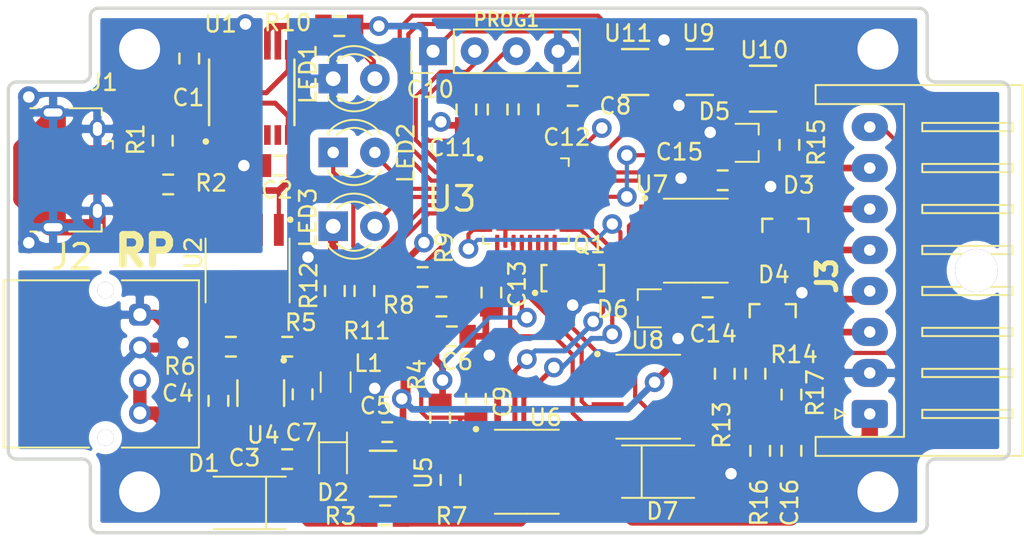
<source format=kicad_pcb>
(kicad_pcb (version 20171130) (host pcbnew "(5.1.8)-1")
  (layers (0 F.Cu signal) (31 B.Cu signal) (34 B.Paste user) (35 F.Paste user) (36 B.SilkS user) (37 F.SilkS user) (38 B.Mask user) (39 F.Mask user) (44 Edge.Cuts user))
  (net 0 "")
  (net 1 GND)
  (net 2 "Net-(C2-Pad1)")
  (net 3 +5V)
  (net 4 /POWER)
  (net 5 /ADC_I)
  (net 6 "Net-(D1-Pad2)")
  (net 7 /CANH)
  (net 8 /CANL)
  (net 9 "Net-(J1-Pad4)")
  (net 10 /SWDIO)
  (net 11 /SWCLK)
  (net 12 /RESET)
  (net 13 "Net-(Q1-Pad1)")
  (net 14 "Net-(Q1-Pad3)")
  (net 15 "Net-(R1-Pad1)")
  (net 16 "Net-(R2-Pad1)")
  (net 17 /ADC_U)
  (net 18 /PWM_FB)
  (net 19 "Net-(U1-Pad1)")
  (net 20 "Net-(U1-Pad2)")
  (net 21 "Net-(U1-Pad4)")
  (net 22 "Net-(U1-Pad6)")
  (net 23 "Net-(U1-Pad7)")
  (net 24 "Net-(U1-Pad14)")
  (net 25 "Net-(U1-Pad15)")
  (net 26 "Net-(U1-Pad16)")
  (net 27 /USB_TX)
  (net 28 /USB_RX)
  (net 29 "Net-(U3-Pad27)")
  (net 30 /SERVO_ON)
  (net 31 /SERVO+)
  (net 32 /485_B)
  (net 33 /485_A)
  (net 34 /485_TX)
  (net 35 /485_DIR)
  (net 36 /485_RX)
  (net 37 /S.BUS)
  (net 38 /STATUS)
  (net 39 "Net-(J1-Pad3)")
  (net 40 "Net-(J1-Pad2)")
  (net 41 "Net-(C1-Pad2)")
  (net 42 "Net-(U10-Pad2)")
  (net 43 /LED1)
  (net 44 /LED2)
  (net 45 "Net-(R13-Pad2)")
  (net 46 /SBUSTX)
  (net 47 /SBUSRX)
  (net 48 /SBUSPOL)
  (net 49 /SBUSTE)
  (net 50 /CAN_TX)
  (net 51 /CAN_RX)
  (net 52 "Net-(LED2-Pad1)")
  (net 53 /USB_GND)
  (net 54 /ADC_FB)
  (net 55 "Net-(U3-Pad20)")
  (net 56 "Net-(U3-Pad21)")
  (net 57 "Net-(U3-Pad22)")
  (net 58 "Net-(D5-Pad3)")
  (net 59 "Net-(C7-Pad2)")
  (net 60 "Net-(C7-Pad1)")
  (net 61 "Net-(C12-Pad1)")
  (net 62 "Net-(C13-Pad1)")
  (net 63 "Net-(R3-Pad1)")
  (net 64 "Net-(R4-Pad2)")
  (net 65 "Net-(R5-Pad2)")
  (net 66 "Net-(LED3-Pad1)")
  (net 67 "Net-(LED1-Pad2)")
  (net 68 "Net-(R14-Pad2)")
  (module Connector_PinHeader_2.54mm:PinHeader_1x04_P2.54mm_Vertical (layer F.Cu) (at 95.885 102.624 90)
    (fp_text reference PROG1 (at 1.913 4.4704 180) (layer F.SilkS) (effects (font (size 0.8 0.8))))
    (fp_text value 01x04)
    (pad 4 thru_hole oval (at 0 7.62 90) (size 1.7 1.7) (drill 0.8) (layers *.Cu *.Mask) (net 1 GND))
    (pad 3 thru_hole oval (at 0 5.08 90) (size 1.7 1.7) (drill 0.8) (layers *.Cu *.Mask) (net 11 /SWCLK))
    (pad 2 thru_hole oval (at 0 2.54 90) (size 1.7 1.7) (drill 0.8) (layers *.Cu *.Mask) (net 10 /SWDIO))
    (pad 1 thru_hole rect (at 0 0 90) (size 1.7 1.7) (drill 0.8) (layers *.Cu *.Mask) (net 3 +5V))
  )
  (module VolzLib:JST_XA_S08B-XASK-1x08_P2.50mm_Horizontal (layer F.Cu) (at 122.5 124.75 90)
    (fp_text reference J3 (at 8.418 -2.612 270) (layer F.SilkS) (effects (font (size 1.2 1.2) (thickness 0.3))))
    (fp_text value S08B-XASK-1)
    (pad 8 thru_hole oval (at 17.5 0 90) (size 1.7 2.2) (drill 0.7) (layers *.Cu *.Mask) (net 18 /PWM_FB))
    (pad 7 thru_hole oval (at 15 0 90) (size 1.7 2.2) (drill 0.7) (layers *.Cu *.Mask) (net 37 /S.BUS))
    (pad 6 thru_hole oval (at 12.5 0 90) (size 1.7 2.2) (drill 0.7) (layers *.Cu *.Mask) (net 7 /CANH))
    (pad 5 thru_hole oval (at 10 0 90) (size 1.7 2.2) (drill 0.7) (layers *.Cu *.Mask) (net 8 /CANL))
    (pad 4 thru_hole oval (at 7.5 0 90) (size 1.7 2.2) (drill 0.7) (layers *.Cu *.Mask) (net 32 /485_B))
    (pad 3 thru_hole oval (at 5 0 90) (size 1.7 2.2) (drill 0.7) (layers *.Cu *.Mask) (net 33 /485_A))
    (pad 2 thru_hole oval (at 2.5 0 90) (size 1.7 2.2) (drill 0.7) (layers *.Cu *.Mask) (net 1 GND))
    (pad 1 thru_hole roundrect (at 0 0 90) (size 1.7 2.2) (drill 0.7) (layers *.Cu *.Mask) (roundrect_rratio 0.147) (net 31 /SERVO+))
    (pad "" thru_hole circle (at 8.75 6.5 90) (size 2.6 2.6) (drill 2.6) (layers *.Cu *.Mask))
  )
  (module VolzLib:SOIC-8_3.9x4.9mm_P1.27mm (layer F.Cu) (at 101.6 128.278)
    (fp_text reference U6 (at 1.143 -3.31) (layer F.SilkS))
    (fp_text value VN750PS)
    (pad 8 smd rect (at 2.475 -1.905) (size 1.95 0.6) (layers F.Cu F.Paste F.Mask) (net 63 "Net-(R3-Pad1)"))
    (pad 7 smd rect (at 2.475 -0.635) (size 1.95 0.6) (layers F.Cu F.Paste F.Mask) (net 31 /SERVO+))
    (pad 6 smd rect (at 2.475 0.635) (size 1.95 0.6) (layers F.Cu F.Paste F.Mask) (net 31 /SERVO+))
    (pad 5 smd rect (at 2.475 1.905) (size 1.95 0.6) (layers F.Cu F.Paste F.Mask) (net 63 "Net-(R3-Pad1)"))
    (pad 4 smd rect (at -2.475 1.905) (size 1.95 0.6) (layers F.Cu F.Paste F.Mask))
    (pad 3 smd rect (at -2.475 0.635) (size 1.95 0.6) (layers F.Cu F.Paste F.Mask) (net 38 /STATUS))
    (pad 2 smd rect (at -2.475 -0.635) (size 1.95 0.6) (layers F.Cu F.Paste F.Mask) (net 30 /SERVO_ON))
    (pad 1 smd rect (at -2.475 -1.905) (size 1.95 0.6) (layers F.Cu F.Paste F.Mask) (net 1 GND))
  )
  (module VolzLib:RES-3 (layer F.Cu) (at 104.402 116.467 180)
    (fp_text reference Q1 (at -1.008 2.04 180) (layer F.SilkS))
    (fp_text value 16MHz)
    (pad 3 smd rect (at -1.2 0 180) (size 0.6 2) (layers F.Cu F.Paste F.Mask) (net 14 "Net-(Q1-Pad3)"))
    (pad 2 smd rect (at 0 0 180) (size 0.6 2) (layers F.Cu F.Paste F.Mask) (net 1 GND))
    (pad 1 smd rect (at 1.2 0 180) (size 0.6 2) (layers F.Cu F.Paste F.Mask) (net 13 "Net-(Q1-Pad1)"))
  )
  (module VolzLib:SOIC-8_3.9x4.9mm_P1.27mm (layer F.Cu) (at 109 123.698)
    (fp_text reference U8 (at -0.034 -3.437) (layer F.SilkS))
    (fp_text value THVD1500)
    (pad 8 smd rect (at 2.475 -1.905) (size 1.95 0.6) (layers F.Cu F.Paste F.Mask) (net 3 +5V))
    (pad 7 smd rect (at 2.475 -0.635) (size 1.95 0.6) (layers F.Cu F.Paste F.Mask) (net 45 "Net-(R13-Pad2)"))
    (pad 6 smd rect (at 2.475 0.635) (size 1.95 0.6) (layers F.Cu F.Paste F.Mask) (net 68 "Net-(R14-Pad2)"))
    (pad 5 smd rect (at 2.475 1.905) (size 1.95 0.6) (layers F.Cu F.Paste F.Mask) (net 1 GND))
    (pad 4 smd rect (at -2.475 1.905) (size 1.95 0.6) (layers F.Cu F.Paste F.Mask) (net 34 /485_TX))
    (pad 3 smd rect (at -2.475 0.635) (size 1.95 0.6) (layers F.Cu F.Paste F.Mask) (net 35 /485_DIR))
    (pad 2 smd rect (at -2.475 -0.635) (size 1.95 0.6) (layers F.Cu F.Paste F.Mask) (net 35 /485_DIR))
    (pad 1 smd rect (at -2.475 -1.905) (size 1.95 0.6) (layers F.Cu F.Paste F.Mask) (net 36 /485_RX))
  )
  (module VolzLib:C0805 (layer F.Cu) (at 86.487 109.601 180)
    (fp_text reference C2 (at -0.9652 -2.0828) (layer F.SilkS) (effects (justify right bottom)))
    (fp_text value 1.0 hide)
    (pad 2 smd rect (at 0.9651 0 180) (size 1 1.4) (layers F.Cu F.Paste F.Mask) (net 53 /USB_GND))
    (pad 1 smd rect (at -0.9651 0 180) (size 1 1.4) (layers F.Cu F.Paste F.Mask) (net 2 "Net-(C2-Pad1)"))
  )
  (module VolzLib:JST_S04B-PASK-2LFSN_1x04 (layer F.Cu) (at 78.018 118.7 90)
    (fp_text reference J2 (at 3.5306 -4.1548) (layer F.SilkS) (effects (font (size 1.5 1.5) (thickness 0.2))))
    (fp_text value S04B)
    (pad "" thru_hole circle (at 1.5 -2.1 180) (size 1 1) (drill 1) (layers *.Cu *.Mask))
    (pad "" thru_hole circle (at -7.5 -2.1 180) (size 1 1) (drill 1) (layers *.Cu *.Mask))
    (pad 4 thru_hole circle (at -5.999998 0 90) (size 1.3208 1.3208) (drill 0.8) (layers *.Cu *.Mask) (net 6 "Net-(D1-Pad2)"))
    (pad 3 thru_hole circle (at -4 0 90) (size 1.3208 1.3208) (drill 0.8) (layers *.Cu *.Mask) (net 6 "Net-(D1-Pad2)"))
    (pad 2 thru_hole circle (at -1.999999 0 90) (size 1.3208 1.3208) (drill 0.8) (layers *.Cu *.Mask) (net 1 GND))
    (pad 1 thru_hole roundrect (at 0 0 90) (size 1.3208 1.3208) (drill 0.8) (layers *.Cu *.Mask) (net 1 GND))
  )
  (module VolzLib:SSOP-16_3.9x4.9mm_P0.635mm (layer F.Cu) (at 84.836 105.134 90)
    (fp_text reference U1 (at 4.169 -1.905 180) (layer F.SilkS))
    (fp_text value FT230XS)
    (pad 16 smd rect (at 2.6 -2.2225 90) (size 1.2 0.4) (layers F.Cu F.Paste F.Mask) (net 26 "Net-(U1-Pad16)"))
    (pad 15 smd rect (at 2.6 -1.5875 90) (size 1.2 0.4) (layers F.Cu F.Paste F.Mask) (net 25 "Net-(U1-Pad15)"))
    (pad 14 smd rect (at 2.6 -0.9525 90) (size 1.2 0.4) (layers F.Cu F.Paste F.Mask) (net 24 "Net-(U1-Pad14)"))
    (pad 13 smd rect (at 2.6 -0.3175 90) (size 1.2 0.4) (layers F.Cu F.Paste F.Mask) (net 53 /USB_GND))
    (pad 12 smd rect (at 2.6 0.3175 90) (size 1.2 0.4) (layers F.Cu F.Paste F.Mask) (net 41 "Net-(C1-Pad2)"))
    (pad 11 smd rect (at 2.6 0.9525 90) (size 1.2 0.4) (layers F.Cu F.Paste F.Mask) (net 2 "Net-(C2-Pad1)"))
    (pad 10 smd rect (at 2.6 1.5875 90) (size 1.2 0.4) (layers F.Cu F.Paste F.Mask) (net 2 "Net-(C2-Pad1)"))
    (pad 9 smd rect (at 2.6 2.2225 90) (size 1.2 0.4) (layers F.Cu F.Paste F.Mask) (net 15 "Net-(R1-Pad1)"))
    (pad 8 smd rect (at -2.6 2.2225 90) (size 1.2 0.4) (layers F.Cu F.Paste F.Mask) (net 16 "Net-(R2-Pad1)"))
    (pad 7 smd rect (at -2.6 1.5875 90) (size 1.2 0.4) (layers F.Cu F.Paste F.Mask) (net 23 "Net-(U1-Pad7)"))
    (pad 6 smd rect (at -2.6 0.9525 90) (size 1.2 0.4) (layers F.Cu F.Paste F.Mask) (net 22 "Net-(U1-Pad6)"))
    (pad 5 smd rect (at -2.6 0.3175 90) (size 1.2 0.4) (layers F.Cu F.Paste F.Mask) (net 53 /USB_GND))
    (pad 4 smd rect (at -2.6 -0.3175 90) (size 1.2 0.4) (layers F.Cu F.Paste F.Mask) (net 21 "Net-(U1-Pad4)"))
    (pad 3 smd rect (at -2.6 -0.9525 90) (size 1.2 0.4) (layers F.Cu F.Paste F.Mask) (net 2 "Net-(C2-Pad1)"))
    (pad 2 smd rect (at -2.6 -1.5875 90) (size 1.2 0.4) (layers F.Cu F.Paste F.Mask) (net 20 "Net-(U1-Pad2)"))
    (pad 1 smd rect (at -2.6 -2.2225 90) (size 1.2 0.4) (layers F.Cu F.Paste F.Mask) (net 19 "Net-(U1-Pad1)"))
  )
  (module VolzLib:SOIC-8_3.9x4.9mm_P1.27mm (layer F.Cu) (at 84.582 116 270)
    (fp_text reference U2 (at -1.065 3.302 270) (layer F.SilkS))
    (fp_text value Si8621BC)
    (pad 8 smd rect (at 2.475 -1.905 270) (size 1.95 0.6) (layers F.Cu F.Paste F.Mask) (net 3 +5V))
    (pad 7 smd rect (at 2.475 -0.635 270) (size 1.95 0.6) (layers F.Cu F.Paste F.Mask) (net 28 /USB_RX))
    (pad 6 smd rect (at 2.475 0.635 270) (size 1.95 0.6) (layers F.Cu F.Paste F.Mask) (net 27 /USB_TX))
    (pad 5 smd rect (at 2.475 1.905 270) (size 1.95 0.6) (layers F.Cu F.Paste F.Mask) (net 1 GND))
    (pad 4 smd rect (at -2.475 1.905 270) (size 1.95 0.6) (layers F.Cu F.Paste F.Mask) (net 53 /USB_GND))
    (pad 3 smd rect (at -2.475 0.635 270) (size 1.95 0.6) (layers F.Cu F.Paste F.Mask) (net 21 "Net-(U1-Pad4)"))
    (pad 2 smd rect (at -2.475 -0.635 270) (size 1.95 0.6) (layers F.Cu F.Paste F.Mask) (net 19 "Net-(U1-Pad1)"))
    (pad 1 smd rect (at -2.475 -1.905 270) (size 1.95 0.6) (layers F.Cu F.Paste F.Mask) (net 2 "Net-(C2-Pad1)"))
  )
  (module VolzLib:C0805 (layer F.Cu) (at 81.026 103.0731 270)
    (fp_text reference C1 (at 2.9719 -1.016) (layer F.SilkS) (effects (justify right bottom)))
    (fp_text value 2.2 hide)
    (pad 1 smd rect (at -0.9651 0 270) (size 1 1.4) (layers F.Cu F.Paste F.Mask) (net 53 /USB_GND))
    (pad 2 smd rect (at 0.9651 0 270) (size 1 1.4) (layers F.Cu F.Paste F.Mask) (net 41 "Net-(C1-Pad2)"))
  )
  (module VolzLib:C0805 (layer F.Cu) (at 86.995 127.508 180)
    (fp_text reference C3 (at 3.683 -0.508 180) (layer F.SilkS) (effects (justify left bottom)))
    (fp_text value 2.2 hide)
    (pad 2 smd rect (at 0.9651 0 180) (size 1 1.4) (layers F.Cu F.Paste F.Mask) (net 4 /POWER))
    (pad 1 smd rect (at -0.9651 0 180) (size 1 1.4) (layers F.Cu F.Paste F.Mask) (net 1 GND))
  )
  (module VolzLib:C0805 (layer F.Cu) (at 82.804 123.952 270)
    (fp_text reference C4 (at 0.127 1.397) (layer F.SilkS) (effects (justify right bottom)))
    (fp_text value 0.1 hide)
    (pad 2 smd rect (at 0.9651 0 270) (size 1 1.4) (layers F.Cu F.Paste F.Mask) (net 4 /POWER))
    (pad 1 smd rect (at -0.9651 0 270) (size 1 1.4) (layers F.Cu F.Paste F.Mask) (net 1 GND))
  )
  (module VolzLib:C0805 (layer F.Cu) (at 87.9348 123.5536 270)
    (fp_text reference C7 (at 2.921 -1) (layer F.SilkS) (effects (justify right bottom)))
    (fp_text value 0.1 hide)
    (pad 2 smd rect (at 0.9651 0 270) (size 1 1.4) (layers F.Cu F.Paste F.Mask) (net 59 "Net-(C7-Pad2)"))
    (pad 1 smd rect (at -0.9651 0 270) (size 1 1.4) (layers F.Cu F.Paste F.Mask) (net 60 "Net-(C7-Pad1)"))
  )
  (module VolzLib:C0805 (layer F.Cu) (at 104.394 105.35)
    (fp_text reference C8 (at 1.524 1.203) (layer F.SilkS) (effects (justify left bottom)))
    (fp_text value 22.0 hide)
    (pad 2 smd rect (at 0.9651 0) (size 1 1.4) (layers F.Cu F.Paste F.Mask) (net 3 +5V))
    (pad 1 smd rect (at -0.9651 0) (size 1 1.4) (layers F.Cu F.Paste F.Mask) (net 1 GND))
  )
  (module VolzLib:C0805 (layer F.Cu) (at 93.091 125.857)
    (fp_text reference C5 (at -1.778 -1.016 180) (layer F.SilkS) (effects (justify left bottom)))
    (fp_text value 0.1 hide)
    (pad 2 smd rect (at 0.9651 0) (size 1 1.4) (layers F.Cu F.Paste F.Mask) (net 3 +5V))
    (pad 1 smd rect (at -0.9651 0) (size 1 1.4) (layers F.Cu F.Paste F.Mask) (net 1 GND))
  )
  (module VolzLib:C0805 (layer F.Cu) (at 97.028 120.015 180)
    (fp_text reference C6 (at -1.397 -2.127) (layer F.SilkS) (effects (justify right bottom)))
    (fp_text value 0.1 hide)
    (pad 2 smd rect (at 0.9651 0 180) (size 1 1.4) (layers F.Cu F.Paste F.Mask) (net 5 /ADC_I))
    (pad 1 smd rect (at -0.9651 0 180) (size 1 1.4) (layers F.Cu F.Paste F.Mask) (net 1 GND))
  )
  (module VolzLib:C0805 (layer F.Cu) (at 112.6255 118.245 180)
    (fp_text reference C14 (at -1.8777 -2.2098) (layer F.SilkS) (effects (justify right bottom)))
    (fp_text value 0.1 hide)
    (pad 2 smd rect (at 0.9651 0 180) (size 1 1.4) (layers F.Cu F.Paste F.Mask) (net 1 GND))
    (pad 1 smd rect (at -0.9651 0 180) (size 1 1.4) (layers F.Cu F.Paste F.Mask) (net 3 +5V))
  )
  (module VolzLib:D_SMA (layer F.Cu) (at 84.709 130.175 180)
    (fp_text reference D1 (at 2.794 2.413) (layer F.SilkS))
    (fp_text value VSSAF5L45)
    (pad 1 smd rect (at -2.4 0 180) (size 2.3 1.8) (layers F.Cu F.Paste F.Mask) (net 4 /POWER))
    (pad 2 smd rect (at 2.4 0 180) (size 2.3 1.8) (layers F.Cu F.Paste F.Mask) (net 6 "Net-(D1-Pad2)"))
  )
  (module VolzLib:SOT23-3 (layer F.Cu) (at 117.356 113.546)
    (fp_text reference D3 (at -0.262 -2.167) (layer F.SilkS) (effects (justify left bottom)))
    (fp_text value NUP2105L hide)
    (pad 1 smd rect (at -0.95 1.1) (size 0.8 1) (layers F.Cu F.Paste F.Mask) (net 8 /CANL))
    (pad 2 smd rect (at 0.95 1.1) (size 0.8 1) (layers F.Cu F.Paste F.Mask) (net 7 /CANH))
    (pad 3 smd rect (at 0 -1.1) (size 0.8 1) (layers F.Cu F.Paste F.Mask) (net 1 GND))
  )
  (module VolzLib:SOT23-3 (layer F.Cu) (at 116.586 118.753)
    (fp_text reference D4 (at 1.143 -1.913) (layer F.SilkS) (effects (justify right bottom)))
    (fp_text value NUP2105L hide)
    (pad 1 smd rect (at -0.95 1.1) (size 0.8 1) (layers F.Cu F.Paste F.Mask) (net 33 /485_A))
    (pad 2 smd rect (at 0.95 1.1) (size 0.8 1) (layers F.Cu F.Paste F.Mask) (net 32 /485_B))
    (pad 3 smd rect (at 0 -1.1) (size 0.8 1) (layers F.Cu F.Paste F.Mask) (net 1 GND))
  )
  (module VolzLib:SOT-323_SC-70 (layer F.Cu) (at 109.093 118.3085 180)
    (fp_text reference D6 (at 2.2625 -0.0555) (layer F.SilkS))
    (fp_text value BAT54SW)
    (pad 1 smd rect (at -0.95 -0.65 90) (size 0.5 0.6) (layers F.Cu F.Paste F.Mask) (net 1 GND))
    (pad 2 smd rect (at -0.95 0.65 90) (size 0.5 0.6) (layers F.Cu F.Paste F.Mask) (net 3 +5V))
    (pad 3 smd rect (at 0.95 0 90) (size 0.5 0.6) (layers F.Cu F.Paste F.Mask) (net 54 /ADC_FB))
  )
  (module VolzLib:SOT-323_SC-70 (layer F.Cu) (at 115 108.212)
    (fp_text reference D5 (at -1.97 -1.913 180) (layer F.SilkS))
    (fp_text value BAT54SW)
    (pad 1 smd rect (at -0.95 -0.65 270) (size 0.5 0.6) (layers F.Cu F.Paste F.Mask) (net 1 GND))
    (pad 2 smd rect (at -0.95 0.65 270) (size 0.5 0.6) (layers F.Cu F.Paste F.Mask) (net 3 +5V))
    (pad 3 smd rect (at 0.95 0 270) (size 0.5 0.6) (layers F.Cu F.Paste F.Mask) (net 58 "Net-(D5-Pad3)"))
  )
  (module VolzLib:L_1206 (layer F.Cu) (at 89.95 122.809 90)
    (fp_text reference L1 (at 1.143 1.998) (layer F.SilkS))
    (fp_text value 10uH)
    (pad 1 smd rect (at -1.4 0 90) (size 1.2 1.75) (layers F.Cu F.Paste F.Mask) (net 59 "Net-(C7-Pad2)"))
    (pad 2 smd rect (at 1.4 0 90) (size 1.2 1.75) (layers F.Cu F.Paste F.Mask) (net 3 +5V))
  )
  (module VolzLib:R0805 (layer F.Cu) (at 83.566 120.65 180)
    (fp_text reference R6 (at 2.032 -1.778) (layer F.SilkS) (effects (justify right bottom)))
    (fp_text value 4k3 hide)
    (pad 2 smd rect (at 0.9651 0 180) (size 1 1.4) (layers F.Cu F.Paste F.Mask) (net 1 GND))
    (pad 1 smd rect (at -0.9651 0 180) (size 1 1.4) (layers F.Cu F.Paste F.Mask) (net 65 "Net-(R5-Pad2)"))
  )
  (module VolzLib:R0805 (layer F.Cu) (at 87 120.65 180)
    (fp_text reference R5 (at -1.9 0.889) (layer F.SilkS) (effects (justify right bottom)))
    (fp_text value 22k hide)
    (pad 2 smd rect (at 0.9651 0 180) (size 1 1.4) (layers F.Cu F.Paste F.Mask) (net 65 "Net-(R5-Pad2)"))
    (pad 1 smd rect (at -0.9651 0 180) (size 1 1.4) (layers F.Cu F.Paste F.Mask) (net 3 +5V))
  )
  (module VolzLib:R0805 (layer F.Cu) (at 96.95 128.778 90)
    (fp_text reference R7 (at -2.794 -1.016 180) (layer F.SilkS) (effects (justify left bottom)))
    (fp_text value 100k hide)
    (pad 2 smd rect (at 0.9651 0 90) (size 1 1.4) (layers F.Cu F.Paste F.Mask) (net 17 /ADC_U))
    (pad 1 smd rect (at -0.9651 0 90) (size 1 1.4) (layers F.Cu F.Paste F.Mask) (net 63 "Net-(R3-Pad1)"))
  )
  (module VolzLib:R0805 (layer F.Cu) (at 96.393 118.2)
    (fp_text reference R8 (at -3.683 0.5 180) (layer F.SilkS) (effects (justify left bottom)))
    (fp_text value 15k hide)
    (pad 2 smd rect (at 0.9651 0) (size 1 1.4) (layers F.Cu F.Paste F.Mask) (net 1 GND))
    (pad 1 smd rect (at -0.9651 0) (size 1 1.4) (layers F.Cu F.Paste F.Mask) (net 17 /ADC_U))
  )
  (module VolzLib:R0805 (layer F.Cu) (at 92.964 130.937 180)
    (fp_text reference R3 (at 1.651 -0.635 180) (layer F.SilkS) (effects (justify right bottom)))
    (fp_text value 0.02 hide)
    (pad 2 smd rect (at 0.9651 0 180) (size 1 1.4) (layers F.Cu F.Paste F.Mask) (net 4 /POWER))
    (pad 1 smd rect (at -0.9651 0 180) (size 1 1.4) (layers F.Cu F.Paste F.Mask) (net 63 "Net-(R3-Pad1)"))
  )
  (module VolzLib:R0805 (layer F.Cu) (at 96.3168 124.976 270)
    (fp_text reference R4 (at -3.691 0.8128 270) (layer F.SilkS) (effects (justify right bottom)))
    (fp_text value 1k hide)
    (pad 2 smd rect (at 0.9651 0 270) (size 1 1.4) (layers F.Cu F.Paste F.Mask) (net 64 "Net-(R4-Pad2)"))
    (pad 1 smd rect (at -0.9651 0 270) (size 1 1.4) (layers F.Cu F.Paste F.Mask) (net 5 /ADC_I))
  )
  (module VolzLib:R0805 (layer F.Cu) (at 115.824 127 90)
    (fp_text reference R16 (at -4.7152 0.5178 90) (layer F.SilkS) (effects (justify left bottom)))
    (fp_text value 10k hide)
    (pad 2 smd rect (at 0.9651 0 90) (size 1 1.4) (layers F.Cu F.Paste F.Mask) (net 54 /ADC_FB))
    (pad 1 smd rect (at -0.9651 0 90) (size 1 1.4) (layers F.Cu F.Paste F.Mask) (net 1 GND))
  )
  (module VolzLib:R0805 (layer F.Cu) (at 117.729 123.571 270)
    (fp_text reference R17 (at -1.651 -2.032 90) (layer F.SilkS) (effects (justify right bottom)))
    (fp_text value 10k hide)
    (pad 2 smd rect (at 0.9651 0 270) (size 1 1.4) (layers F.Cu F.Paste F.Mask) (net 54 /ADC_FB))
    (pad 1 smd rect (at -0.9651 0 270) (size 1 1.4) (layers F.Cu F.Paste F.Mask) (net 18 /PWM_FB))
  )
  (module VolzLib:R0805 (layer F.Cu) (at 117.602 108.339 90)
    (fp_text reference R15 (at -1.397 2.2352 270) (layer F.SilkS) (effects (justify left bottom)))
    (fp_text value 1k hide)
    (pad 2 smd rect (at 0.9651 0 90) (size 1 1.4) (layers F.Cu F.Paste F.Mask) (net 58 "Net-(D5-Pad3)"))
    (pad 1 smd rect (at -0.9651 0 90) (size 1 1.4) (layers F.Cu F.Paste F.Mask) (net 37 /S.BUS))
  )
  (module VolzLib:QFN-32-1EP_5x5mm_P0.5mm_EP3.6x3.6mm (layer F.Cu) (at 101.545 111.768)
    (fp_text reference U3 (at -4.517 -0.135) (layer F.SilkS) (effects (font (size 1.5 1.5) (thickness 0.2))))
    (fp_text value ATSAMC21E18A-MUT)
    (pad 1 smd roundrect (at -2.45 -1.75) (size 0.8 0.25) (layers F.Cu F.Paste F.Mask) (net 46 /SBUSTX))
    (pad 2 smd roundrect (at -2.45 -1.25) (size 0.8 0.25) (layers F.Cu F.Paste F.Mask) (net 47 /SBUSRX))
    (pad 3 smd roundrect (at -2.45 -0.75) (size 0.8 0.25) (layers F.Cu F.Paste F.Mask) (net 43 /LED1))
    (pad 4 smd roundrect (at -2.45 -0.25) (size 0.8 0.25) (layers F.Cu F.Paste F.Mask) (net 44 /LED2))
    (pad 5 smd roundrect (at -2.45 0.25) (size 0.8 0.25) (layers F.Cu F.Paste F.Mask) (net 27 /USB_TX))
    (pad 6 smd roundrect (at -2.45 0.75) (size 0.8 0.25) (layers F.Cu F.Paste F.Mask) (net 28 /USB_RX))
    (pad 7 smd roundrect (at -2.45 1.25) (size 0.8 0.25) (layers F.Cu F.Paste F.Mask) (net 17 /ADC_U))
    (pad 8 smd roundrect (at -2.45 1.75) (size 0.8 0.25) (layers F.Cu F.Paste F.Mask) (net 54 /ADC_FB))
    (pad 9 smd roundrect (at -1.75 2.45) (size 0.25 0.8) (layers F.Cu F.Paste F.Mask) (net 62 "Net-(C13-Pad1)"))
    (pad 10 smd roundrect (at -1.25 2.45) (size 0.25 0.8) (layers F.Cu F.Paste F.Mask) (net 1 GND))
    (pad 11 smd roundrect (at -0.75 2.45) (size 0.25 0.8) (layers F.Cu F.Paste F.Mask) (net 34 /485_TX))
    (pad 12 smd roundrect (at -0.25 2.45) (size 0.25 0.8) (layers F.Cu F.Paste F.Mask) (net 5 /ADC_I))
    (pad 13 smd roundrect (at 0.25 2.45) (size 0.25 0.8) (layers F.Cu F.Paste F.Mask) (net 35 /485_DIR))
    (pad 14 smd roundrect (at 0.75 2.45) (size 0.25 0.8) (layers F.Cu F.Paste F.Mask) (net 36 /485_RX))
    (pad 15 smd roundrect (at 1.25 2.45) (size 0.25 0.8) (layers F.Cu F.Paste F.Mask) (net 13 "Net-(Q1-Pad1)"))
    (pad 16 smd roundrect (at 1.75 2.45) (size 0.25 0.8) (layers F.Cu F.Paste F.Mask) (net 14 "Net-(Q1-Pad3)"))
    (pad 17 smd roundrect (at 2.45 1.75) (size 0.8 0.25) (layers F.Cu F.Paste F.Mask) (net 30 /SERVO_ON))
    (pad 18 smd roundrect (at 2.45 1.25) (size 0.8 0.25) (layers F.Cu F.Paste F.Mask) (net 38 /STATUS))
    (pad 19 smd roundrect (at 2.45 0.75) (size 0.8 0.25) (layers F.Cu F.Paste F.Mask) (net 49 /SBUSTE))
    (pad 20 smd roundrect (at 2.45 0.25) (size 0.8 0.25) (layers F.Cu F.Paste F.Mask) (net 55 "Net-(U3-Pad20)"))
    (pad 21 smd roundrect (at 2.45 -0.25) (size 0.8 0.25) (layers F.Cu F.Paste F.Mask) (net 56 "Net-(U3-Pad21)"))
    (pad 22 smd roundrect (at 2.45 -0.75) (size 0.8 0.25) (layers F.Cu F.Paste F.Mask) (net 57 "Net-(U3-Pad22)"))
    (pad 23 smd roundrect (at 2.45 -1.25) (size 0.8 0.25) (layers F.Cu F.Paste F.Mask) (net 50 /CAN_TX))
    (pad 24 smd roundrect (at 2.45 -1.75) (size 0.8 0.25) (layers F.Cu F.Paste F.Mask) (net 51 /CAN_RX))
    (pad 25 smd roundrect (at 1.75 -2.45) (size 0.25 0.8) (layers F.Cu F.Paste F.Mask) (net 48 /SBUSPOL))
    (pad 26 smd roundrect (at 1.25 -2.45) (size 0.25 0.8) (layers F.Cu F.Paste F.Mask) (net 12 /RESET))
    (pad 27 smd roundrect (at 0.75 -2.45) (size 0.25 0.8) (layers F.Cu F.Paste F.Mask) (net 29 "Net-(U3-Pad27)"))
    (pad 28 smd roundrect (at 0.25 -2.45) (size 0.25 0.8) (layers F.Cu F.Paste F.Mask) (net 1 GND))
    (pad 29 smd roundrect (at -0.25 -2.45) (size 0.25 0.8) (layers F.Cu F.Paste F.Mask) (net 61 "Net-(C12-Pad1)"))
    (pad 30 smd roundrect (at -0.75 -2.45) (size 0.25 0.8) (layers F.Cu F.Paste F.Mask) (net 3 +5V))
    (pad 31 smd roundrect (at -1.25 -2.45) (size 0.25 0.8) (layers F.Cu F.Paste F.Mask) (net 11 /SWCLK))
    (pad 32 smd roundrect (at -1.75 -2.45) (size 0.25 0.8) (layers F.Cu F.Paste F.Mask) (net 10 /SWDIO))
    (pad EP smd rect (at 0 0) (size 3.6 3.6) (layers F.Cu F.Paste F.Mask) (net 1 GND))
  )
  (module VolzLib:SOT23-6 (layer F.Cu) (at 85.384 123.48 180)
    (fp_text reference U4 (at -1.254 -3.147 180) (layer F.SilkS) (effects (justify right bottom)))
    (fp_text value MP2459 hide)
    (pad 6 smd rect (at -0.95 -1.2 180) (size 0.6 1) (layers F.Cu F.Paste F.Mask) (net 59 "Net-(C7-Pad2)"))
    (pad 5 smd rect (at 0 -1.2 180) (size 0.6 1) (layers F.Cu F.Paste F.Mask) (net 4 /POWER))
    (pad 4 smd rect (at 0.95 -1.2 180) (size 0.6 1) (layers F.Cu F.Paste F.Mask) (net 4 /POWER))
    (pad 3 smd rect (at 0.95 1.2 180) (size 0.6 1) (layers F.Cu F.Paste F.Mask) (net 65 "Net-(R5-Pad2)"))
    (pad 2 smd rect (at 0 1.2 180) (size 0.6 1) (layers F.Cu F.Paste F.Mask) (net 1 GND))
    (pad 1 smd rect (at -0.95 1.2 180) (size 0.6 1) (layers F.Cu F.Paste F.Mask) (net 60 "Net-(C7-Pad1)"))
  )
  (module VolzLib:SOT23-5 (layer F.Cu) (at 92.837 128.397 270)
    (fp_text reference U5 (at -1.151 -3.048 90) (layer F.SilkS) (effects (justify right bottom)))
    (fp_text value INA195A hide)
    (pad 5 smd rect (at -0.95 -1.2 270) (size 0.6 1) (layers F.Cu F.Paste F.Mask) (net 3 +5V))
    (pad 4 smd rect (at 0.95 -1.2 270) (size 0.6 1) (layers F.Cu F.Paste F.Mask) (net 63 "Net-(R3-Pad1)"))
    (pad 3 smd rect (at 0.95 1.2 270) (size 0.6 1) (layers F.Cu F.Paste F.Mask) (net 4 /POWER))
    (pad 2 smd rect (at 0 1.2 270) (size 0.6 1) (layers F.Cu F.Paste F.Mask) (net 1 GND))
    (pad 1 smd rect (at -0.95 1.2 270) (size 0.6 1) (layers F.Cu F.Paste F.Mask) (net 64 "Net-(R4-Pad2)"))
  )
  (module VolzLib:R0805 (layer F.Cu) (at 113.665 122.301 270)
    (fp_text reference R13 (at 1.5748 -0.4045 270) (layer F.SilkS) (effects (justify right bottom)))
    (fp_text value 100 hide)
    (pad 2 smd rect (at 0.9651 0 270) (size 1 1.4) (layers F.Cu F.Paste F.Mask) (net 45 "Net-(R13-Pad2)"))
    (pad 1 smd rect (at -0.9651 0 270) (size 1 1.4) (layers F.Cu F.Paste F.Mask) (net 32 /485_B))
  )
  (module VolzLib:R0805 (layer F.Cu) (at 115.5338 122.301 270)
    (fp_text reference R14 (at -0.5842 -0.7982) (layer F.SilkS) (effects (justify left bottom)))
    (fp_text value 100 hide)
    (pad 2 smd rect (at 0.9651 0 270) (size 1 1.4) (layers F.Cu F.Paste F.Mask) (net 68 "Net-(R14-Pad2)"))
    (pad 1 smd rect (at -0.9651 0 270) (size 1 1.4) (layers F.Cu F.Paste F.Mask) (net 33 /485_A))
  )
  (module VolzLib:C0805 (layer F.Cu) (at 113.538 110.498)
    (fp_text reference C15 (at -4.191 -1.143 180) (layer F.SilkS) (effects (justify left bottom)))
    (fp_text value 0.1 hide)
    (pad 2 smd rect (at 0.9651 0) (size 1 1.4) (layers F.Cu F.Paste F.Mask) (net 1 GND))
    (pad 1 smd rect (at -0.9651 0) (size 1 1.4) (layers F.Cu F.Paste F.Mask) (net 3 +5V))
  )
  (module VolzLib:C0805 (layer F.Cu) (at 98.497 123.833 270)
    (fp_text reference C9 (at -0.897 -2.214 90) (layer F.SilkS) (effects (justify right bottom)))
    (fp_text value 0.1 hide)
    (pad 2 smd rect (at 0.9651 0 270) (size 1 1.4) (layers F.Cu F.Paste F.Mask) (net 17 /ADC_U))
    (pad 1 smd rect (at -0.9651 0 270) (size 1 1.4) (layers F.Cu F.Paste F.Mask) (net 1 GND))
  )
  (module VolzLib:SOT23-5 (layer F.Cu) (at 112.141 103.894 270)
    (fp_text reference U9 (at -1.778 -1.016) (layer F.SilkS) (effects (justify right bottom)))
    (fp_text value SN74LVC1G86 hide)
    (pad 5 smd rect (at -0.95 -1.2 270) (size 0.6 1) (layers F.Cu F.Paste F.Mask) (net 3 +5V))
    (pad 4 smd rect (at 0.95 -1.2 270) (size 0.6 1) (layers F.Cu F.Paste F.Mask) (net 42 "Net-(U10-Pad2)"))
    (pad 3 smd rect (at 0.95 1.2 270) (size 0.6 1) (layers F.Cu F.Paste F.Mask) (net 1 GND))
    (pad 2 smd rect (at 0 1.2 270) (size 0.6 1) (layers F.Cu F.Paste F.Mask) (net 48 /SBUSPOL))
    (pad 1 smd rect (at -0.95 1.2 270) (size 0.6 1) (layers F.Cu F.Paste F.Mask) (net 46 /SBUSTX))
  )
  (module VolzLib:SOT23-5 (layer F.Cu) (at 108.204 103.894 90)
    (fp_text reference U11 (at 1.778 1.143 180) (layer F.SilkS) (effects (justify right bottom)))
    (fp_text value SN74LVC1G86 hide)
    (pad 5 smd rect (at -0.95 -1.2 90) (size 0.6 1) (layers F.Cu F.Paste F.Mask) (net 3 +5V))
    (pad 4 smd rect (at 0.95 -1.2 90) (size 0.6 1) (layers F.Cu F.Paste F.Mask) (net 47 /SBUSRX))
    (pad 3 smd rect (at 0.95 1.2 90) (size 0.6 1) (layers F.Cu F.Paste F.Mask) (net 1 GND))
    (pad 2 smd rect (at 0 1.2 90) (size 0.6 1) (layers F.Cu F.Paste F.Mask) (net 48 /SBUSPOL))
    (pad 1 smd rect (at -0.95 1.2 90) (size 0.6 1) (layers F.Cu F.Paste F.Mask) (net 58 "Net-(D5-Pad3)"))
  )
  (module LED_THT:LED_D3.0mm (layer F.Cu) (at 89.8 108.8)
    (fp_text reference LED2 (at 4.434 0.039 90) (layer F.SilkS))
    (fp_text value BLUE)
    (pad 2 thru_hole circle (at 2.54 0) (size 1.8 1.8) (drill 0.7) (layers *.Cu *.Mask) (net 43 /LED1))
    (pad 1 thru_hole rect (at 0 0) (size 1.8 1.8) (drill 0.7) (layers *.Cu *.Mask) (net 52 "Net-(LED2-Pad1)"))
  )
  (module VolzLib:R0805 (layer F.Cu) (at 91.7 117.25 90)
    (fp_text reference R11 (at -3.019 -1.403) (layer F.SilkS) (effects (justify left bottom)))
    (fp_text value 1k hide)
    (pad 2 smd rect (at 0.9651 0 90) (size 1 1.4) (layers F.Cu F.Paste F.Mask) (net 52 "Net-(LED2-Pad1)"))
    (pad 1 smd rect (at -0.9651 0 90) (size 1 1.4) (layers F.Cu F.Paste F.Mask) (net 1 GND))
  )
  (module VolzLib:R0805 (layer F.Cu) (at 89.9 117.25 90)
    (fp_text reference R12 (at -1.241 -1 270) (layer F.SilkS) (effects (justify left bottom)))
    (fp_text value 1k hide)
    (pad 2 smd rect (at 0.9651 0 90) (size 1 1.4) (layers F.Cu F.Paste F.Mask) (net 66 "Net-(LED3-Pad1)"))
    (pad 1 smd rect (at -0.9651 0 90) (size 1 1.4) (layers F.Cu F.Paste F.Mask) (net 1 GND))
  )
  (module VolzLib:C0805 (layer F.Cu) (at 117.729 127 90)
    (fp_text reference C16 (at -4.7152 0.4728 90) (layer F.SilkS) (effects (justify left bottom)))
    (fp_text value 0.1 hide)
    (pad 2 smd rect (at 0.9651 0 90) (size 1 1.4) (layers F.Cu F.Paste F.Mask) (net 54 /ADC_FB))
    (pad 1 smd rect (at -0.9651 0 90) (size 1 1.4) (layers F.Cu F.Paste F.Mask) (net 1 GND))
  )
  (module VolzLib:SOIC-8_3.9x4.9mm_P1.27mm (layer F.Cu) (at 111.9 114.181)
    (fp_text reference U7 (at -2.68 -3.429) (layer F.SilkS))
    (fp_text value MCP2542FDT-SN)
    (pad 8 smd rect (at 2.475 -1.905) (size 1.95 0.6) (layers F.Cu F.Paste F.Mask) (net 1 GND))
    (pad 7 smd rect (at 2.475 -0.635) (size 1.95 0.6) (layers F.Cu F.Paste F.Mask) (net 7 /CANH))
    (pad 6 smd rect (at 2.475 0.635) (size 1.95 0.6) (layers F.Cu F.Paste F.Mask) (net 8 /CANL))
    (pad 5 smd rect (at 2.475 1.905) (size 1.95 0.6) (layers F.Cu F.Paste F.Mask) (net 3 +5V))
    (pad 4 smd rect (at -2.475 1.905) (size 1.95 0.6) (layers F.Cu F.Paste F.Mask) (net 51 /CAN_RX))
    (pad 3 smd rect (at -2.475 0.635) (size 1.95 0.6) (layers F.Cu F.Paste F.Mask) (net 3 +5V))
    (pad 2 smd rect (at -2.475 -0.635) (size 1.95 0.6) (layers F.Cu F.Paste F.Mask) (net 1 GND))
    (pad 1 smd rect (at -2.475 -1.905) (size 1.95 0.6) (layers F.Cu F.Paste F.Mask) (net 50 /CAN_TX))
  )
  (module VolzLib:SOT23-5 (layer F.Cu) (at 116 104.91 270)
    (fp_text reference U10 (at -1.778 -1.651 180) (layer F.SilkS) (effects (justify right bottom)))
    (fp_text value SN74LV1T126 hide)
    (pad 5 smd rect (at -0.95 -1.2 270) (size 0.6 1) (layers F.Cu F.Paste F.Mask) (net 3 +5V))
    (pad 4 smd rect (at 0.95 -1.2 270) (size 0.6 1) (layers F.Cu F.Paste F.Mask) (net 58 "Net-(D5-Pad3)"))
    (pad 3 smd rect (at 0.95 1.2 270) (size 0.6 1) (layers F.Cu F.Paste F.Mask) (net 1 GND))
    (pad 2 smd rect (at 0 1.2 270) (size 0.6 1) (layers F.Cu F.Paste F.Mask) (net 42 "Net-(U10-Pad2)"))
    (pad 1 smd rect (at -0.95 1.2 270) (size 0.6 1) (layers F.Cu F.Paste F.Mask) (net 49 /SBUSTE))
  )
  (module VolzLib:R0805 (layer F.Cu) (at 79.415 108.085 270)
    (fp_text reference R1 (at -1.151 1.056 90) (layer F.SilkS) (effects (justify right bottom)))
    (fp_text value 27 hide)
    (pad 2 smd rect (at 0.9651 0 270) (size 1 1.4) (layers F.Cu F.Paste F.Mask) (net 40 "Net-(J1-Pad2)"))
    (pad 1 smd rect (at -0.9651 0 270) (size 1 1.4) (layers F.Cu F.Paste F.Mask) (net 15 "Net-(R1-Pad1)"))
  )
  (module VolzLib:R0805 (layer F.Cu) (at 79.7452 110.752 180)
    (fp_text reference R2 (at -3.6938 -0.5 180) (layer F.SilkS) (effects (justify right bottom)))
    (fp_text value 27 hide)
    (pad 2 smd rect (at 0.9651 0 180) (size 1 1.4) (layers F.Cu F.Paste F.Mask) (net 39 "Net-(J1-Pad3)"))
    (pad 1 smd rect (at -0.9651 0 180) (size 1 1.4) (layers F.Cu F.Paste F.Mask) (net 16 "Net-(R2-Pad1)"))
  )
  (module VolzLib:C0805 (layer F.Cu) (at 99.441 117.348 270)
    (fp_text reference C13 (at -2.0574 -2.159 90) (layer F.SilkS) (effects (justify right bottom)))
    (fp_text value 1.0 hide)
    (pad 2 smd rect (at 0.9651 0 270) (size 1 1.4) (layers F.Cu F.Paste F.Mask) (net 1 GND))
    (pad 1 smd rect (at -0.9651 0 270) (size 1 1.4) (layers F.Cu F.Paste F.Mask) (net 62 "Net-(C13-Pad1)"))
  )
  (module VolzLib:C0805 (layer F.Cu) (at 97.917 106.18 90)
    (fp_text reference C10 (at 0.643 -3.755) (layer F.SilkS) (effects (justify left bottom)))
    (fp_text value 1.0 hide)
    (pad 2 smd rect (at 0.9651 0 90) (size 1 1.4) (layers F.Cu F.Paste F.Mask) (net 1 GND))
    (pad 1 smd rect (at -0.9651 0 90) (size 1 1.4) (layers F.Cu F.Paste F.Mask) (net 3 +5V))
  )
  (module VolzLib:C0805 (layer F.Cu) (at 99.822 106.18 90)
    (fp_text reference C11 (at -2.913 -4.318) (layer F.SilkS) (effects (justify left bottom)))
    (fp_text value 0.1 hide)
    (pad 2 smd rect (at 0.9651 0 90) (size 1 1.4) (layers F.Cu F.Paste F.Mask) (net 1 GND))
    (pad 1 smd rect (at -0.9651 0 90) (size 1 1.4) (layers F.Cu F.Paste F.Mask) (net 3 +5V))
  )
  (module VolzLib:C0805 (layer F.Cu) (at 101.7 106.172 90)
    (fp_text reference C12 (at -2.286 0.789 180) (layer F.SilkS) (effects (justify left bottom)))
    (fp_text value 1.0 hide)
    (pad 2 smd rect (at 0.9651 0 90) (size 1 1.4) (layers F.Cu F.Paste F.Mask) (net 1 GND))
    (pad 1 smd rect (at -0.9651 0 90) (size 1 1.4) (layers F.Cu F.Paste F.Mask) (net 61 "Net-(C12-Pad1)"))
  )
  (module VolzLib:D_SOD-323 (layer F.Cu) (at 89.789 127.127 270)
    (fp_text reference D2 (at 2.413 0 180) (layer F.SilkS))
    (fp_text value BAT165)
    (pad 2 smd rect (at 1.2 0 270) (size 0.8 0.8) (layers F.Cu F.Paste F.Mask) (net 1 GND))
    (pad 1 smd rect (at -1.2 0 270) (size 0.8 0.8) (layers F.Cu F.Paste F.Mask) (net 59 "Net-(C7-Pad2)"))
  )
  (module VolzLib:R0805 (layer F.Cu) (at 95.25 116.4 180)
    (fp_text reference R9 (at -1.905 2.862 270) (layer F.SilkS) (effects (justify right bottom)))
    (fp_text value 10 hide)
    (pad 1 smd rect (at -0.9651 0 180) (size 1 1.4) (layers F.Cu F.Paste F.Mask) (net 62 "Net-(C13-Pad1)"))
    (pad 2 smd rect (at 0.9651 0 180) (size 1 1.4) (layers F.Cu F.Paste F.Mask) (net 3 +5V))
  )
  (module VolzLib:USB_Micro-B_Amphenol_10118194_Horizontal (layer F.Cu) (at 74.0302 109.863 270)
    (fp_text reference J1 (at -5.334 -1.7888 180) (layer F.SilkS))
    (fp_text value USB_B_Micro)
    (pad 6 thru_hole oval (at 3.5 1.3 270) (size 0.89 1.55) (drill oval 0.5 1.15) (layers *.Cu *.Mask) (net 53 /USB_GND))
    (pad 6 thru_hole oval (at -3.5 1.3 270) (size 0.89 1.55) (drill oval 0.5 1.15) (layers *.Cu *.Mask) (net 53 /USB_GND))
    (pad 6 smd rect (at 2.9 1.3 270) (size 1.2 1.55) (layers F.Cu F.Paste F.Mask) (net 53 /USB_GND))
    (pad 6 smd rect (at -2.9 1.3 270) (size 1.2 1.55) (layers F.Cu F.Paste F.Mask) (net 53 /USB_GND))
    (pad 6 smd rect (at 1 1.3 270) (size 1.5 1.55) (layers F.Cu F.Paste F.Mask) (net 53 /USB_GND))
    (pad 6 smd rect (at -1 1.3 270) (size 1.5 1.55) (layers F.Cu F.Paste F.Mask) (net 53 /USB_GND))
    (pad 6 thru_hole oval (at 2.5 -1.4 270) (size 1.25 0.95) (drill oval 0.85 0.55) (layers *.Cu *.Mask) (net 53 /USB_GND))
    (pad 6 thru_hole oval (at -2.5 -1.4 270) (size 1.25 0.95) (drill oval 0.85 0.55) (layers *.Cu *.Mask) (net 53 /USB_GND))
    (pad 5 smd rect (at 1.3 -1.4 270) (size 0.4 1.35) (layers F.Cu F.Paste F.Mask) (net 53 /USB_GND))
    (pad 4 smd rect (at 0.65 -1.4 270) (size 0.4 1.35) (layers F.Cu F.Paste F.Mask) (net 9 "Net-(J1-Pad4)"))
    (pad 3 smd rect (at 0 -1.4 270) (size 0.4 1.35) (layers F.Cu F.Paste F.Mask) (net 39 "Net-(J1-Pad3)"))
    (pad 2 smd rect (at -0.65 -1.4 270) (size 0.4 1.35) (layers F.Cu F.Paste F.Mask) (net 40 "Net-(J1-Pad2)"))
    (pad 1 smd rect (at -1.3 -1.4 270) (size 0.4 1.35) (layers F.Cu F.Paste F.Mask) (net 41 "Net-(C1-Pad2)"))
  )
  (module VolzLib:D_SMA (layer F.Cu) (at 109.601 128.27)
    (fp_text reference D7 (at 0.254 2.413) (layer F.SilkS))
    (fp_text value SMA6F30A)
    (pad 2 smd rect (at 2.4 0) (size 2.3 1.8) (layers F.Cu F.Paste F.Mask) (net 1 GND))
    (pad 1 smd rect (at -2.4 0) (size 2.3 1.8) (layers F.Cu F.Paste F.Mask) (net 31 /SERVO+))
  )
  (module LED_THT:LED_D3.0mm (layer F.Cu) (at 89.8 113.3)
    (fp_text reference LED3 (at -1.535 -0.524 90) (layer F.SilkS))
    (fp_text value RED)
    (pad 1 thru_hole rect (at 0 0) (size 1.8 1.8) (drill 0.9) (layers *.Cu *.Mask) (net 66 "Net-(LED3-Pad1)"))
    (pad 2 thru_hole circle (at 2.54 0) (size 1.8 1.8) (drill 0.9) (layers *.Cu *.Mask) (net 44 /LED2))
  )
  (module LED_THT:LED_D3.0mm (layer F.Cu) (at 89.8 104.3)
    (fp_text reference LED1 (at -1.535 -0.287 90) (layer F.SilkS))
    (fp_text value GREEN)
    (pad 1 thru_hole rect (at 0 0) (size 1.8 1.8) (drill 0.9) (layers *.Cu *.Mask) (net 1 GND))
    (pad 2 thru_hole circle (at 2.54 0) (size 1.8 1.8) (drill 0.9) (layers *.Cu *.Mask) (net 67 "Net-(LED1-Pad2)"))
  )
  (module VolzLib:R0805 (layer F.Cu) (at 90.17 101.092)
    (fp_text reference R10 (at -4.699 0.381 180) (layer F.SilkS) (effects (justify left bottom)))
    (fp_text value 1k hide)
    (pad 1 smd rect (at -0.9651 0) (size 1 1.4) (layers F.Cu F.Paste F.Mask) (net 67 "Net-(LED1-Pad2)"))
    (pad 2 smd rect (at 0.9651 0) (size 1 1.4) (layers F.Cu F.Paste F.Mask) (net 3 +5V))
  )
  (gr_arc (start 70.5 127) (end 70 127) (angle -90) (layer Edge.Cuts) (width 0.2))
  (gr_arc (start 74.5 128) (end 75 128) (angle -90) (layer Edge.Cuts) (width 0.2))
  (gr_arc (start 75.5 131.5) (end 75 131.5) (angle -90) (layer Edge.Cuts) (width 0.2))
  (gr_line (start 75 128) (end 75 131.5) (layer Edge.Cuts) (width 0.2))
  (gr_line (start 70.5 127.5) (end 74.5 127.5) (layer Edge.Cuts) (width 0.2))
  (gr_line (start 126.5 127.5) (end 130.5 127.5) (layer Edge.Cuts) (width 0.2))
  (gr_arc (start 126.5 128) (end 126.5 127.5) (angle -90) (layer Edge.Cuts) (width 0.2))
  (gr_arc (start 130.5 127) (end 130.5 127.5) (angle -90) (layer Edge.Cuts) (width 0.2))
  (gr_line (start 126 131.5) (end 126 128) (layer Edge.Cuts) (width 0.2))
  (gr_arc (start 125.5 131.5) (end 125.5 132) (angle -90) (layer Edge.Cuts) (width 0.2))
  (gr_arc (start 130.5 105) (end 131 105) (angle -90) (layer Edge.Cuts) (width 0.2))
  (gr_arc (start 126.5 104) (end 126 104) (angle -90) (layer Edge.Cuts) (width 0.2))
  (gr_arc (start 125.5 100.5) (end 126 100.5) (angle -90) (layer Edge.Cuts) (width 0.2))
  (gr_line (start 130.5 104.5) (end 126.5 104.5) (layer Edge.Cuts) (width 0.2))
  (gr_line (start 126 100.5) (end 126 104) (layer Edge.Cuts) (width 0.2))
  (gr_arc (start 70.5 105) (end 70.5 104.5) (angle -90) (layer Edge.Cuts) (width 0.2))
  (gr_arc (start 74.5 104) (end 74.5 104.5) (angle -90) (layer Edge.Cuts) (width 0.2))
  (gr_arc (start 75.5 100.5) (end 75.5 100) (angle -90) (layer Edge.Cuts) (width 0.2))
  (gr_line (start 75 104) (end 75 100.5) (layer Edge.Cuts) (width 0.2))
  (gr_line (start 70.5 104.5) (end 74.5 104.5) (layer Edge.Cuts) (width 0.2))
  (gr_text RP (at 78.359 114.808) (layer F.SilkS) (effects (font (size 1.8 1.8) (thickness 0.45))))
  (gr_line (start 70 105) (end 70 127) (layer Edge.Cuts) (width 0.2))
  (gr_line (start 125.5 100) (end 75.5 100) (layer Edge.Cuts) (width 0.2))
  (gr_line (start 131 127) (end 131 105) (layer Edge.Cuts) (width 0.2))
  (gr_line (start 75.5 132) (end 125.5 132) (layer Edge.Cuts) (width 0.2))
  (via (at 123 129.5) (size 3.5) (drill 2.5) (layers F.Cu B.Cu) (net 1))
  (via (at 123 102.5) (size 3.5) (drill 2.5) (layers F.Cu B.Cu) (net 1))
  (via (at 78 129.5) (size 3.5) (drill 2.5) (layers F.Cu B.Cu) (net 1))
  (via (at 110.816 120.15) (size 1.2) (drill 0.7) (layers F.Cu B.Cu) (net 1))
  (via (at 99.314 121.166) (size 1.2) (drill 0.7) (layers F.Cu B.Cu) (net 1))
  (via (at 92.329 123.19) (size 1.2) (drill 0.7) (layers F.Cu B.Cu) (net 1))
  (segment (start 110.816 120.15) (end 110.816 120.1185) (width 0.4064) (layer F.Cu) (net 1))
  (segment (start 111.6604 119.3056) (end 111.6604 118.245) (width 0.4064) (layer F.Cu) (net 1))
  (segment (start 110.816 120.15) (end 111.6604 119.3056) (width 0.4064) (layer F.Cu) (net 1))
  (via (at 104.394 118.11) (size 1.2) (drill 0.7) (layers F.Cu B.Cu) (net 1))
  (segment (start 114.3841 110.498) (end 114.3841 112.2669) (width 0.4064) (layer F.Cu) (net 1))
  (segment (start 114.3841 112.2669) (end 114.375 112.276) (width 0.4064) (layer F.Cu) (net 1))
  (via (at 114.046 128.397) (size 1.2) (drill 0.7) (layers F.Cu B.Cu) (net 1))
  (via (at 116.459 110.879) (size 1.2) (drill 0.7) (layers F.Cu B.Cu) (net 1))
  (segment (start 117.186 112.276) (end 117.356 112.446) (width 0.4064) (layer F.Cu) (net 1))
  (via (at 118.364 117.356) (size 1.2) (drill 0.7) (layers F.Cu B.Cu) (net 1))
  (segment (start 118.067 117.653) (end 118.364 117.356) (width 0.4064) (layer F.Cu) (net 1))
  (segment (start 116.586 117.653) (end 118.067 117.653) (width 0.4064) (layer F.Cu) (net 1))
  (via (at 80.645 120.404) (size 1.2) (drill 0.7) (layers F.Cu B.Cu) (net 1))
  (via (at 110.871 105.926) (size 1.2) (drill 0.7) (layers F.Cu B.Cu) (net 1))
  (via (at 110.998 110.371) (size 1.2) (drill 0.7) (layers F.Cu B.Cu) (net 1))
  (segment (start 111.470999 110.843999) (end 110.998 110.371) (width 0.4064) (layer F.Cu) (net 1))
  (segment (start 111.470999 112.954001) (end 111.470999 110.843999) (width 0.4064) (layer F.Cu) (net 1))
  (segment (start 109.293 113.546) (end 110.879 113.546) (width 0.4064) (layer F.Cu) (net 1))
  (segment (start 110.879 113.546) (end 111.470999 112.954001) (width 0.4064) (layer F.Cu) (net 1))
  (segment (start 116.332 112.276) (end 117.186 112.276) (width 0.4064) (layer F.Cu) (net 1))
  (segment (start 114.375 112.276) (end 116.332 112.276) (width 0.4064) (layer F.Cu) (net 1))
  (via (at 112.776 107.577) (size 1.2) (drill 0.7) (layers F.Cu B.Cu) (net 1))
  (segment (start 98.497 122.8679) (end 99.8431 122.8679) (width 0.254) (layer F.Cu) (net 1))
  (segment (start 110.941 105.856) (end 110.871 105.926) (width 0.4064) (layer F.Cu) (net 1))
  (segment (start 110.941 104.844) (end 110.941 105.856) (width 0.4064) (layer F.Cu) (net 1))
  (segment (start 112.776 107.069) (end 112.776 107.577) (width 0.4064) (layer F.Cu) (net 1))
  (segment (start 114.8 105.86) (end 113.985 105.86) (width 0.4064) (layer F.Cu) (net 1))
  (segment (start 113.985 105.86) (end 112.776 107.069) (width 0.4064) (layer F.Cu) (net 1))
  (segment (start 112.791 107.562) (end 112.776 107.577) (width 0.4064) (layer F.Cu) (net 1))
  (segment (start 114.05 107.562) (end 112.791 107.562) (width 0.4064) (layer F.Cu) (net 1))
  (segment (start 116.459 112.149) (end 116.459 110.879) (width 0.4064) (layer F.Cu) (net 1))
  (segment (start 116.332 112.276) (end 116.459 112.149) (width 0.4064) (layer F.Cu) (net 1))
  (segment (start 99.1 118.2811) (end 99.1 119.809) (width 0.4064) (layer F.Cu) (net 1))
  (segment (start 97.4342 118.237) (end 99.441 118.237) (width 0.4064) (layer F.Cu) (net 1))
  (segment (start 99.06 120.015) (end 97.9931 120.015) (width 0.4064) (layer F.Cu) (net 1))
  (segment (start 82.4739 120.404) (end 82.6009 120.531) (width 0.6096) (layer F.Cu) (net 1))
  (segment (start 80.645 120.404) (end 82.4739 120.404) (width 0.6096) (layer F.Cu) (net 1))
  (segment (start 85.1661 123.2489) (end 82.804 123.2489) (width 0.4064) (layer F.Cu) (net 1))
  (segment (start 85.384 122.28) (end 85.384 123.031) (width 0.4064) (layer F.Cu) (net 1))
  (segment (start 85.384 123.031) (end 85.1661 123.2489) (width 0.4064) (layer F.Cu) (net 1))
  (segment (start 99.822 125.549) (end 98.998 126.373) (width 0.4064) (layer F.Cu) (net 1))
  (segment (start 99.1 119.809) (end 99.1 121.039) (width 0.4064) (layer F.Cu) (net 1))
  (segment (start 99.822 121.761) (end 99.822 125.549) (width 0.4064) (layer F.Cu) (net 1))
  (segment (start 99.1 121.039) (end 99.822 121.761) (width 0.4064) (layer F.Cu) (net 1))
  (segment (start 78.941 118.7) (end 80.645 120.404) (width 0.6096) (layer F.Cu) (net 1))
  (segment (start 78.018 118.7) (end 78.941 118.7) (width 0.6096) (layer F.Cu) (net 1))
  (segment (start 80.349001 120.699999) (end 80.645 120.404) (width 0.6096) (layer F.Cu) (net 1))
  (segment (start 78.018 120.699999) (end 80.349001 120.699999) (width 0.6096) (layer F.Cu) (net 1))
  (segment (start 82.6009 122.7838) (end 82.804 122.9869) (width 0.4064) (layer F.Cu) (net 1))
  (segment (start 82.6009 120.531) (end 82.6009 122.7838) (width 0.4064) (layer F.Cu) (net 1))
  (segment (start 114.4861 127.9569) (end 117.6372 127.9569) (width 0.4064) (layer F.Cu) (net 1))
  (segment (start 114.046 128.397) (end 114.4861 127.9569) (width 0.4064) (layer F.Cu) (net 1))
  (segment (start 114.046 126.4772) (end 114.046 128.397) (width 0.6096) (layer F.Cu) (net 1))
  (segment (start 111.475 125.603) (end 113.1718 125.603) (width 0.6096) (layer F.Cu) (net 1))
  (segment (start 113.1718 125.603) (end 114.046 126.4772) (width 0.6096) (layer F.Cu) (net 1))
  (segment (start 110.043 119.377) (end 110.816 120.15) (width 0.4064) (layer F.Cu) (net 1))
  (segment (start 110.043 118.9585) (end 110.043 119.377) (width 0.4064) (layer F.Cu) (net 1))
  (segment (start 100.295 111.748) (end 100.295 114.218) (width 0.254) (layer F.Cu) (net 1))
  (segment (start 101.795 110.248) (end 100.295 111.748) (width 0.254) (layer F.Cu) (net 1))
  (segment (start 103.378 107.188) (end 101.795 108.771) (width 0.254) (layer F.Cu) (net 1))
  (segment (start 101.795 108.771) (end 101.795 110.248) (width 0.254) (layer F.Cu) (net 1))
  (segment (start 97.917 105.2149) (end 99.822 105.2149) (width 0.4064) (layer F.Cu) (net 1))
  (segment (start 101.692 105.2149) (end 101.7 105.2069) (width 0.4064) (layer F.Cu) (net 1))
  (segment (start 99.822 105.2149) (end 101.692 105.2149) (width 0.4064) (layer F.Cu) (net 1))
  (segment (start 103.2858 105.2069) (end 103.4289 105.35) (width 0.4064) (layer F.Cu) (net 1))
  (segment (start 101.7 105.2069) (end 103.2858 105.2069) (width 0.4064) (layer F.Cu) (net 1))
  (segment (start 103.378 105.4009) (end 103.4289 105.35) (width 0.4064) (layer F.Cu) (net 1))
  (segment (start 103.378 107.188) (end 103.378 105.4009) (width 0.4064) (layer F.Cu) (net 1))
  (segment (start 92.1259 123.3931) (end 92.329 123.19) (width 0.4064) (layer F.Cu) (net 1))
  (segment (start 92.1259 125.857) (end 92.1259 123.3931) (width 0.4064) (layer F.Cu) (net 1))
  (via (at 88.265 115.189) (size 1.2) (drill 0.7) (layers F.Cu B.Cu) (net 1))
  (segment (start 89.859 128.397) (end 89.789 128.327) (width 0.4064) (layer F.Cu) (net 1))
  (segment (start 91.637 128.397) (end 89.859 128.397) (width 0.4064) (layer F.Cu) (net 1))
  (segment (start 89.789 128.327) (end 89.789 127.508) (width 0.4064) (layer F.Cu) (net 1))
  (segment (start 89.789 127.508) (end 87.9601 127.508) (width 0.4064) (layer F.Cu) (net 1))
  (segment (start 89.789 127.508) (end 90.1065 127.508) (width 0.4064) (layer F.Cu) (net 1))
  (segment (start 91.7575 125.857) (end 92.1259 125.857) (width 0.4064) (layer F.Cu) (net 1))
  (segment (start 90.1065 127.508) (end 91.7575 125.857) (width 0.4064) (layer F.Cu) (net 1))
  (segment (start 109.6996 101.942) (end 109.961714 101.942) (width 0.4064) (layer F.Cu) (net 1))
  (via (at 109.961714 101.942) (size 1.2) (drill 0.7) (layers F.Cu B.Cu) (net 1))
  (segment (start 109.404 102.944) (end 109.404 102.2376) (width 0.4064) (layer F.Cu) (net 1))
  (segment (start 109.404 102.2376) (end 109.6996 101.942) (width 0.4064) (layer F.Cu) (net 1))
  (segment (start 103.4289 102.7001) (end 103.505 102.624) (width 0.4064) (layer F.Cu) (net 1))
  (segment (start 103.4289 105.35) (end 103.4289 102.7001) (width 0.4064) (layer F.Cu) (net 1))
  (segment (start 112.128 128.397) (end 112.001 128.27) (width 0.8128) (layer F.Cu) (net 1))
  (segment (start 114.046 128.397) (end 112.128 128.397) (width 0.8128) (layer F.Cu) (net 1))
  (segment (start 88.265 116.9411) (end 88.265 115.189) (width 0.4064) (layer F.Cu) (net 1))
  (segment (start 91.6 118.2651) (end 89.589 118.2651) (width 0.4064) (layer F.Cu) (net 1))
  (segment (start 89.589 118.2651) (end 88.265 116.9411) (width 0.4064) (layer F.Cu) (net 1))
  (segment (start 82.677 120.5739) (end 82.6009 120.65) (width 0.4064) (layer F.Cu) (net 1))
  (segment (start 82.677 118.475) (end 82.677 120.5739) (width 0.4064) (layer F.Cu) (net 1))
  (segment (start 104.402 118.102) (end 104.394 118.11) (width 0.254) (layer F.Cu) (net 1))
  (segment (start 104.402 116.467) (end 104.402 118.102) (width 0.254) (layer F.Cu) (net 1))
  (segment (start 85.7885 102.534) (end 85.7885 101.34155) (width 0.4064) (layer F.Cu) (net 2))
  (segment (start 85.7885 101.34155) (end 86.03005 101.1) (width 0.4064) (layer F.Cu) (net 2))
  (segment (start 86.495 101.1) (end 86.4235 101.1715) (width 0.4064) (layer F.Cu) (net 2))
  (segment (start 86.4235 101.1715) (end 86.4235 102.534) (width 0.4064) (layer F.Cu) (net 2))
  (segment (start 86.03005 101.1) (end 86.495 101.1) (width 0.4064) (layer F.Cu) (net 2))
  (segment (start 87.162 101.1) (end 86.495 101.1) (width 0.4064) (layer F.Cu) (net 2))
  (segment (start 87.757 101.695) (end 87.162 101.1) (width 0.4064) (layer F.Cu) (net 2))
  (segment (start 87.4521 109.601) (end 87.63 109.601) (width 0.4064) (layer F.Cu) (net 2))
  (segment (start 87.63 109.601) (end 87.757 109.474) (width 0.4064) (layer F.Cu) (net 2))
  (segment (start 87.757 109.474) (end 87.757 101.695) (width 0.4064) (layer F.Cu) (net 2))
  (segment (start 83.8835 108.5695) (end 83.8835 107.734) (width 0.4064) (layer F.Cu) (net 2))
  (segment (start 83.185 109.268) (end 83.8835 108.5695) (width 0.4064) (layer F.Cu) (net 2))
  (segment (start 87.4521 110.1599) (end 86.487 111.125) (width 0.4064) (layer F.Cu) (net 2))
  (segment (start 87.4521 109.601) (end 87.4521 110.1599) (width 0.4064) (layer F.Cu) (net 2))
  (segment (start 83.185 109.855) (end 83.185 109.268) (width 0.4064) (layer F.Cu) (net 2))
  (segment (start 86.487 111.125) (end 84.455 111.125) (width 0.4064) (layer F.Cu) (net 2))
  (segment (start 84.455 111.125) (end 83.185 109.855) (width 0.4064) (layer F.Cu) (net 2))
  (segment (start 86.487 112.12) (end 86.487 111.125) (width 0.254) (layer F.Cu) (net 2))
  (segment (start 86.487 113.349) (end 86.487 112.12) (width 0.254) (layer F.Cu) (net 2))
  (via (at 92.583 101.092) (size 1.2) (drill 0.7) (layers F.Cu B.Cu) (net 3))
  (via (at 93.98 123.825) (size 1.2) (drill 0.7) (layers F.Cu B.Cu) (net 3))
  (via (at 109.387 122.817) (size 1.2) (drill 0.7) (layers F.Cu B.Cu) (net 3))
  (segment (start 111.89525 114.816) (end 111.89525 116.05425) (width 0.4064) (layer F.Cu) (net 3))
  (segment (start 111.89525 116.05425) (end 111.8635 116.086) (width 0.4064) (layer F.Cu) (net 3))
  (segment (start 111.89525 114.816) (end 109.425 114.816) (width 0.4064) (layer F.Cu) (net 3))
  (segment (start 114.3 116.086) (end 111.8635 116.086) (width 0.4064) (layer F.Cu) (net 3))
  (segment (start 114.3 117.4023) (end 114.3 116.086) (width 0.4064) (layer F.Cu) (net 3))
  (segment (start 113.5906 118.245) (end 113.5906 118.1117) (width 0.4064) (layer F.Cu) (net 3))
  (segment (start 113.5906 118.1117) (end 114.3 117.4023) (width 0.4064) (layer F.Cu) (net 3))
  (segment (start 112.522 110.5489) (end 112.5729 110.498) (width 0.4064) (layer F.Cu) (net 3))
  (segment (start 111.89525 114.816) (end 112.522 114.18925) (width 0.4064) (layer F.Cu) (net 3))
  (segment (start 112.522 114.18925) (end 112.522 110.5489) (width 0.4064) (layer F.Cu) (net 3))
  (segment (start 116.078 103.894) (end 116.144 103.96) (width 0.4064) (layer F.Cu) (net 3))
  (segment (start 116.144 103.96) (end 117.2 103.96) (width 0.4064) (layer F.Cu) (net 3))
  (segment (start 113.1025 108.862) (end 112.5729 109.3916) (width 0.4064) (layer F.Cu) (net 3))
  (segment (start 114.031 108.862) (end 113.1025 108.862) (width 0.4064) (layer F.Cu) (net 3))
  (segment (start 112.5729 109.3916) (end 112.5729 110.498) (width 0.4064) (layer F.Cu) (net 3))
  (segment (start 116.078 103.894) (end 116.078 106.815) (width 0.4064) (layer F.Cu) (net 3))
  (segment (start 116.078 106.815) (end 114.031 108.862) (width 0.4064) (layer F.Cu) (net 3))
  (segment (start 116.078 103.712238) (end 116.078 103.894) (width 0.4064) (layer F.Cu) (net 3))
  (segment (start 115.309762 102.944) (end 116.078 103.712238) (width 0.4064) (layer F.Cu) (net 3))
  (segment (start 113.341 102.944) (end 115.309762 102.944) (width 0.4064) (layer F.Cu) (net 3))
  (segment (start 110.043 117.6585) (end 110.2735 117.6585) (width 0.4064) (layer F.Cu) (net 3))
  (segment (start 111.8635 116.086) (end 110.291 117.6585) (width 0.4064) (layer F.Cu) (net 3))
  (segment (start 110.291 117.6585) (end 110.043 117.6585) (width 0.4064) (layer F.Cu) (net 3))
  (segment (start 100.795 109.318) (end 100.795 108.161) (width 0.254) (layer F.Cu) (net 3))
  (segment (start 99.7791 107.1451) (end 99.513 107.1451) (width 0.254) (layer F.Cu) (net 3))
  (segment (start 100.795 108.161) (end 99.7791 107.1451) (width 0.254) (layer F.Cu) (net 3))
  (via (at 95.333996 114.3) (size 1.2) (drill 0.7) (layers F.Cu B.Cu) (net 3))
  (segment (start 95.504 107.061) (end 96.238052 107.061) (width 0.4064) (layer B.Cu) (net 3))
  (segment (start 96.238052 107.061) (end 96.365052 106.934) (width 0.4064) (layer B.Cu) (net 3))
  (via (at 96.365052 106.934) (size 1.2) (drill 0.7) (layers F.Cu B.Cu) (net 3))
  (segment (start 96.576152 107.1451) (end 96.365052 106.934) (width 0.4064) (layer F.Cu) (net 3))
  (segment (start 99.64 107.1451) (end 96.576152 107.1451) (width 0.4064) (layer F.Cu) (net 3))
  (segment (start 106.486 105.35) (end 105.3591 105.35) (width 0.4064) (layer F.Cu) (net 3))
  (segment (start 107.004 104.844) (end 106.992 104.844) (width 0.4064) (layer F.Cu) (net 3))
  (segment (start 106.992 104.844) (end 106.486 105.35) (width 0.4064) (layer F.Cu) (net 3))
  (segment (start 91.1351 101.092) (end 92.583 101.092) (width 0.4064) (layer F.Cu) (net 3))
  (segment (start 95.377 101.3676) (end 95.377 102.624) (width 0.4064) (layer B.Cu) (net 3))
  (segment (start 95.1014 101.092) (end 95.377 101.3676) (width 0.4064) (layer B.Cu) (net 3))
  (segment (start 92.583 101.092) (end 95.1014 101.092) (width 0.4064) (layer B.Cu) (net 3))
  (segment (start 108.887001 123.316999) (end 109.387 122.817) (width 0.4064) (layer B.Cu) (net 3))
  (segment (start 107.736 124.468) (end 108.887001 123.316999) (width 0.4064) (layer B.Cu) (net 3))
  (segment (start 93.98 123.825) (end 94.623 124.468) (width 0.4064) (layer B.Cu) (net 3))
  (segment (start 94.623 124.468) (end 107.736 124.468) (width 0.4064) (layer B.Cu) (net 3))
  (segment (start 94.2849 116.4) (end 94.2088 116.4761) (width 0.6096) (layer F.Cu) (net 3))
  (segment (start 94.2088 123.5962) (end 93.98 123.825) (width 0.6096) (layer F.Cu) (net 3))
  (segment (start 94.2088 116.4761) (end 94.2088 123.5962) (width 0.6096) (layer F.Cu) (net 3))
  (segment (start 88.5841 121.028) (end 89.95 121.028) (width 0.4064) (layer F.Cu) (net 3))
  (segment (start 86.487 118.299) (end 86.487 118.9309) (width 0.4064) (layer F.Cu) (net 3))
  (segment (start 86.487 118.9309) (end 88.5841 121.028) (width 0.4064) (layer F.Cu) (net 3))
  (segment (start 90.797 122.047) (end 89.95 121.2) (width 0.6096) (layer F.Cu) (net 3))
  (segment (start 94.1407 122.047) (end 90.797 122.047) (width 0.6096) (layer F.Cu) (net 3))
  (segment (start 94.2849 115.349096) (end 95.333996 114.3) (width 0.4064) (layer F.Cu) (net 3))
  (segment (start 94.2849 116.4) (end 94.2849 115.349096) (width 0.4064) (layer F.Cu) (net 3))
  (segment (start 95.377 114.256996) (end 95.333996 114.3) (width 0.4064) (layer B.Cu) (net 3))
  (segment (start 95.377 102.624) (end 95.377 114.256996) (width 0.4064) (layer B.Cu) (net 3))
  (segment (start 94.037 125.8761) (end 94.0561 125.857) (width 0.4064) (layer F.Cu) (net 3))
  (segment (start 94.037 127.447) (end 94.037 125.8761) (width 0.4064) (layer F.Cu) (net 3))
  (segment (start 94.0561 123.9011) (end 93.98 123.825) (width 0.4064) (layer F.Cu) (net 3))
  (segment (start 94.0561 125.857) (end 94.0561 123.9011) (width 0.4064) (layer F.Cu) (net 3))
  (segment (start 113.5906 118.245) (end 113.5906 119.0379) (width 0.4064) (layer F.Cu) (net 3))
  (segment (start 111.475 121.1535) (end 111.475 121.793) (width 0.4064) (layer F.Cu) (net 3))
  (segment (start 113.5906 119.0379) (end 111.475 121.1535) (width 0.4064) (layer F.Cu) (net 3))
  (segment (start 110.411 121.793) (end 109.387 122.817) (width 0.4064) (layer F.Cu) (net 3))
  (segment (start 111.475 121.793) (end 110.411 121.793) (width 0.4064) (layer F.Cu) (net 3))
  (segment (start 105.3591 102.0571) (end 105.3591 104.396) (width 0.254) (layer F.Cu) (net 3))
  (segment (start 104.721011 101.419011) (end 105.3591 102.0571) (width 0.254) (layer F.Cu) (net 3))
  (segment (start 105.3591 104.396) (end 105.3591 105.35) (width 0.254) (layer F.Cu) (net 3))
  (segment (start 95.885 102.624) (end 97.089989 101.419011) (width 0.254) (layer F.Cu) (net 3))
  (segment (start 97.089989 101.419011) (end 104.721011 101.419011) (width 0.254) (layer F.Cu) (net 3))
  (segment (start 82.804 125.857) (end 82.804 124.9171) (width 0.3048) (layer F.Cu) (net 4))
  (segment (start 83.185 126.238) (end 82.804 125.857) (width 0.3048) (layer F.Cu) (net 4))
  (segment (start 85.384 124.68) (end 85.384 125.944) (width 0.3048) (layer F.Cu) (net 4))
  (segment (start 85.384 125.944) (end 85.09 126.238) (width 0.3048) (layer F.Cu) (net 4))
  (segment (start 84.328 126.238) (end 83.185 126.238) (width 0.3048) (layer F.Cu) (net 4))
  (segment (start 85.09 126.238) (end 84.328 126.238) (width 0.3048) (layer F.Cu) (net 4))
  (segment (start 86.0299 127.508) (end 84.709 127.508) (width 0.3048) (layer F.Cu) (net 4))
  (segment (start 84.434 127.233) (end 84.434 124.68) (width 0.3048) (layer F.Cu) (net 4))
  (segment (start 84.709 127.508) (end 84.434 127.233) (width 0.3048) (layer F.Cu) (net 4))
  (segment (start 86.0299 128.3209) (end 86.0299 127.508) (width 0.4064) (layer F.Cu) (net 4))
  (segment (start 87.109 130.175) (end 87.109 129.4) (width 0.4064) (layer F.Cu) (net 4))
  (segment (start 87.109 129.4) (end 86.0299 128.3209) (width 0.4064) (layer F.Cu) (net 4))
  (segment (start 87.109 130.175) (end 87.49 130.175) (width 0.6096) (layer F.Cu) (net 4))
  (segment (start 91.9989 131.191) (end 91.8719 131.318) (width 0.6096) (layer F.Cu) (net 4))
  (segment (start 88.252 131.318) (end 87.109 130.175) (width 0.6096) (layer F.Cu) (net 4))
  (segment (start 91.8719 131.318) (end 88.252 131.318) (width 0.6096) (layer F.Cu) (net 4))
  (segment (start 92.75 129.58) (end 92.525 129.355) (width 0.2032) (layer F.Cu) (net 4))
  (segment (start 92.75 130.77) (end 92.75 129.58) (width 0.2032) (layer F.Cu) (net 4))
  (segment (start 91.9989 130.937) (end 92.583 130.937) (width 0.2032) (layer F.Cu) (net 4))
  (segment (start 92.525 129.355) (end 91.637 129.355) (width 0.2032) (layer F.Cu) (net 4))
  (segment (start 92.583 130.937) (end 92.75 130.77) (width 0.2032) (layer F.Cu) (net 4))
  (via (at 96.465 122.69) (size 1.2) (drill 0.7) (layers F.Cu B.Cu) (net 5))
  (via (at 101.6 118.872) (size 1.2) (drill 0.7) (layers F.Cu B.Cu) (net 5))
  (segment (start 96.465 121.873) (end 96.465 122.69) (width 0.4064) (layer F.Cu) (net 5))
  (segment (start 96.0629 119.769) (end 96.0629 121.4709) (width 0.4064) (layer F.Cu) (net 5))
  (segment (start 96.0629 121.4709) (end 96.465 121.873) (width 0.4064) (layer F.Cu) (net 5))
  (segment (start 96.3168 124.0109) (end 96.3168 124.0108) (width 0.2032) (layer F.Cu) (net 5))
  (segment (start 96.465 123.8626) (end 96.465 122.69) (width 0.4064) (layer F.Cu) (net 5))
  (segment (start 96.3168 124.0108) (end 96.465 123.8626) (width 0.2032) (layer F.Cu) (net 5))
  (segment (start 101.295 118.567) (end 101.6 118.872) (width 0.254) (layer F.Cu) (net 5))
  (segment (start 101.295 114.218) (end 101.295 118.567) (width 0.254) (layer F.Cu) (net 5))
  (segment (start 99.3305 118.872) (end 101.6 118.872) (width 0.254) (layer B.Cu) (net 5))
  (segment (start 96.465 122.69) (end 96.465 121.7375) (width 0.254) (layer B.Cu) (net 5))
  (segment (start 96.465 121.7375) (end 99.3305 118.872) (width 0.254) (layer B.Cu) (net 5))
  (segment (start 78.018 123.2102) (end 78.018 124.699998) (width 0.8128) (layer F.Cu) (net 6))
  (segment (start 82.69 128.41) (end 82.69 130.175) (width 0.8128) (layer F.Cu) (net 6))
  (segment (start 78.018 124.699998) (end 78.979998 124.699998) (width 0.8128) (layer F.Cu) (net 6))
  (segment (start 78.979998 124.699998) (end 82.69 128.41) (width 0.8128) (layer F.Cu) (net 6))
  (segment (start 118.306 113.604) (end 118.306 114.646) (width 0.4064) (layer F.Cu) (net 7))
  (segment (start 118.364 113.546) (end 118.306 113.604) (width 0.4064) (layer F.Cu) (net 7))
  (segment (start 114.375 113.546) (end 118.364 113.546) (width 0.4064) (layer F.Cu) (net 7))
  (segment (start 119.652 112.25) (end 122.5 112.25) (width 0.4064) (layer F.Cu) (net 7))
  (segment (start 118.364 113.546) (end 118.364 113.538) (width 0.4064) (layer F.Cu) (net 7))
  (segment (start 118.364 113.538) (end 119.652 112.25) (width 0.4064) (layer F.Cu) (net 7))
  (segment (start 116.236 114.816) (end 116.406 114.646) (width 0.4064) (layer F.Cu) (net 8))
  (segment (start 114.375 114.816) (end 116.236 114.816) (width 0.4064) (layer F.Cu) (net 8))
  (segment (start 116.9396 116.086) (end 118.991 116.086) (width 0.4064) (layer F.Cu) (net 8))
  (segment (start 120.327 114.75) (end 122.5 114.75) (width 0.4064) (layer F.Cu) (net 8))
  (segment (start 116.406 114.646) (end 116.406 115.5524) (width 0.4064) (layer F.Cu) (net 8))
  (segment (start 118.991 116.086) (end 120.327 114.75) (width 0.4064) (layer F.Cu) (net 8))
  (segment (start 116.406 115.5524) (end 116.9396 116.086) (width 0.4064) (layer F.Cu) (net 8))
  (segment (start 98.425 103.378) (end 98.425 102.624) (width 0.254) (layer F.Cu) (net 10))
  (segment (start 97.917 103.886) (end 98.425 103.378) (width 0.254) (layer F.Cu) (net 10))
  (segment (start 96.102 109.318) (end 94.834031 108.050031) (width 0.254) (layer F.Cu) (net 10))
  (segment (start 99.795 109.318) (end 96.102 109.318) (width 0.254) (layer F.Cu) (net 10))
  (segment (start 94.834031 105.397969) (end 96.346 103.886) (width 0.254) (layer F.Cu) (net 10))
  (segment (start 94.834031 108.050031) (end 94.834031 105.397969) (width 0.254) (layer F.Cu) (net 10))
  (segment (start 96.346 103.886) (end 97.917 103.886) (width 0.254) (layer F.Cu) (net 10))
  (segment (start 98.605989 104.340011) (end 100.322 102.624) (width 0.254) (layer F.Cu) (net 11))
  (segment (start 96.558489 104.340011) (end 98.605989 104.340011) (width 0.254) (layer F.Cu) (net 11))
  (segment (start 95.288042 105.610458) (end 96.558489 104.340011) (width 0.254) (layer F.Cu) (net 11))
  (segment (start 100.322 102.624) (end 100.965 102.624) (width 0.254) (layer F.Cu) (net 11))
  (segment (start 100.295 108.431) (end 99.949 108.085) (width 0.254) (layer F.Cu) (net 11))
  (segment (start 100.295 109.318) (end 100.295 108.431) (width 0.254) (layer F.Cu) (net 11))
  (segment (start 99.949 108.085) (end 95.631 108.085) (width 0.254) (layer F.Cu) (net 11))
  (segment (start 95.288042 107.742042) (end 95.288042 105.610458) (width 0.254) (layer F.Cu) (net 11))
  (segment (start 95.631 108.085) (end 95.288042 107.742042) (width 0.254) (layer F.Cu) (net 11))
  (via (at 106.172 107.315) (size 1.2) (drill 0.7) (layers F.Cu B.Cu) (net 12))
  (segment (start 103.157517 108.204) (end 105.283 108.204) (width 0.254) (layer F.Cu) (net 12))
  (segment (start 105.283 108.204) (end 106.172 107.315) (width 0.254) (layer F.Cu) (net 12))
  (segment (start 102.795 109.318) (end 102.795 108.566517) (width 0.254) (layer F.Cu) (net 12))
  (segment (start 102.795 108.566517) (end 103.157517 108.204) (width 0.254) (layer F.Cu) (net 12))
  (segment (start 102.795 114.218) (end 102.795 114.987) (width 0.254) (layer F.Cu) (net 13))
  (segment (start 103.132 116.397) (end 103.202 116.467) (width 0.254) (layer F.Cu) (net 13))
  (segment (start 103.132 115.324) (end 103.132 116.397) (width 0.254) (layer F.Cu) (net 13))
  (segment (start 102.795 114.987) (end 103.132 115.324) (width 0.254) (layer F.Cu) (net 13))
  (segment (start 103.295 114.824) (end 103.295 114.218) (width 0.254) (layer F.Cu) (net 14))
  (segment (start 103.541 115.07) (end 103.295 114.824) (width 0.254) (layer F.Cu) (net 14))
  (segment (start 105.459 115.07) (end 103.541 115.07) (width 0.254) (layer F.Cu) (net 14))
  (segment (start 105.602 115.213) (end 105.459 115.07) (width 0.254) (layer F.Cu) (net 14))
  (segment (start 105.602 116.467) (end 105.602 115.213) (width 0.254) (layer F.Cu) (net 14))
  (segment (start 79.415 105.878) (end 79.415 107.1199) (width 0.3048) (layer F.Cu) (net 15))
  (segment (start 85.725 105.156) (end 80.137 105.156) (width 0.3048) (layer F.Cu) (net 15))
  (segment (start 80.137 105.156) (end 79.415 105.878) (width 0.3048) (layer F.Cu) (net 15))
  (segment (start 87.0585 102.534) (end 87.0585 103.8225) (width 0.3048) (layer F.Cu) (net 15))
  (segment (start 87.0585 103.8225) (end 85.725 105.156) (width 0.3048) (layer F.Cu) (net 15))
  (segment (start 80.812 110.6503) (end 80.812 106.386) (width 0.3048) (layer F.Cu) (net 16))
  (segment (start 87.0585 106.5845) (end 87.0585 107.734) (width 0.3048) (layer F.Cu) (net 16))
  (segment (start 86.265 105.791) (end 87.0585 106.5845) (width 0.3048) (layer F.Cu) (net 16))
  (segment (start 80.7103 110.752) (end 80.812 110.6503) (width 0.3048) (layer F.Cu) (net 16))
  (segment (start 80.812 106.386) (end 81.407 105.791) (width 0.3048) (layer F.Cu) (net 16))
  (segment (start 81.407 105.791) (end 86.265 105.791) (width 0.3048) (layer F.Cu) (net 16))
  (segment (start 98.497 124.7981) (end 98.497 124.9294) (width 0.254) (layer F.Cu) (net 17))
  (segment (start 97.536 126.492) (end 96.774 127.254) (width 0.254) (layer F.Cu) (net 17))
  (segment (start 96.774 127.254) (end 96.774 127.9399) (width 0.254) (layer F.Cu) (net 17))
  (segment (start 97.528 124.976) (end 97.536 124.984) (width 0.254) (layer F.Cu) (net 17))
  (segment (start 97.536 124.984) (end 97.536 126.492) (width 0.254) (layer F.Cu) (net 17))
  (segment (start 95.5207 124.976) (end 98.243 124.976) (width 0.254) (layer F.Cu) (net 17))
  (segment (start 95.163 124.6183) (end 95.5207 124.976) (width 0.254) (layer F.Cu) (net 17))
  (segment (start 98.4209 124.7981) (end 98.497 124.7981) (width 0.254) (layer F.Cu) (net 17))
  (segment (start 97.929 113.018) (end 95.25 115.697) (width 0.254) (layer F.Cu) (net 17))
  (segment (start 99.095 113.018) (end 97.929 113.018) (width 0.254) (layer F.Cu) (net 17))
  (segment (start 98.243 124.976) (end 98.4209 124.7981) (width 0.254) (layer F.Cu) (net 17))
  (segment (start 95.163 118.1289) (end 95.163 124.6183) (width 0.254) (layer F.Cu) (net 17))
  (segment (start 95.25 115.697) (end 95.25 117.6861) (width 0.254) (layer F.Cu) (net 17))
  (segment (start 95.4279 117.864) (end 95.163 118.1289) (width 0.254) (layer F.Cu) (net 17))
  (segment (start 95.25 117.6861) (end 95.4279 117.864) (width 0.254) (layer F.Cu) (net 17))
  (segment (start 124.46 108.458) (end 123.252 107.25) (width 0.254) (layer F.Cu) (net 18))
  (segment (start 118.9481 122.6059) (end 120.523 121.031) (width 0.254) (layer F.Cu) (net 18))
  (segment (start 117.729 122.6059) (end 118.9481 122.6059) (width 0.254) (layer F.Cu) (net 18))
  (segment (start 120.523 121.031) (end 123.825 121.031) (width 0.254) (layer F.Cu) (net 18))
  (segment (start 124.46 120.396) (end 124.46 108.458) (width 0.254) (layer F.Cu) (net 18))
  (segment (start 123.252 107.25) (end 122.5 107.25) (width 0.254) (layer F.Cu) (net 18))
  (segment (start 123.825 121.031) (end 124.46 120.396) (width 0.254) (layer F.Cu) (net 18))
  (segment (start 82.6135 108.588) (end 82.6135 107.734) (width 0.254) (layer F.Cu) (net 19))
  (segment (start 85.217 113.349) (end 85.217 112.776) (width 0.254) (layer F.Cu) (net 19))
  (segment (start 82.6135 110.1725) (end 82.6135 108.588) (width 0.254) (layer F.Cu) (net 19))
  (segment (start 85.217 112.776) (end 82.6135 110.1725) (width 0.254) (layer F.Cu) (net 19))
  (segment (start 84.0645 106.426) (end 84.5185 106.88) (width 0.254) (layer F.Cu) (net 21))
  (segment (start 83.947 112.522) (end 81.661 110.236) (width 0.254) (layer F.Cu) (net 21))
  (segment (start 83.947 113.349) (end 83.947 112.522) (width 0.254) (layer F.Cu) (net 21))
  (segment (start 84.5185 106.88) (end 84.5185 107.734) (width 0.254) (layer F.Cu) (net 21))
  (segment (start 81.661 110.236) (end 81.661 106.934) (width 0.254) (layer F.Cu) (net 21))
  (segment (start 81.661 106.934) (end 82.169 106.426) (width 0.254) (layer F.Cu) (net 21))
  (segment (start 82.169 106.426) (end 84.0645 106.426) (width 0.254) (layer F.Cu) (net 21))
  (segment (start 83.947 117.246) (end 83.947 118.475) (width 0.254) (layer F.Cu) (net 27))
  (segment (start 84.861 116.332) (end 83.947 117.246) (width 0.254) (layer F.Cu) (net 27))
  (segment (start 87.95701 117.382941) (end 86.906069 116.332) (width 0.254) (layer F.Cu) (net 27))
  (segment (start 87.95701 118.24651) (end 87.95701 117.382941) (width 0.254) (layer F.Cu) (net 27))
  (segment (start 95.437962 112.018) (end 92.848001 114.607961) (width 0.254) (layer F.Cu) (net 27))
  (segment (start 92.848001 114.607961) (end 92.848001 119.114999) (width 0.254) (layer F.Cu) (net 27))
  (segment (start 99.095 112.018) (end 95.437962 112.018) (width 0.254) (layer F.Cu) (net 27))
  (segment (start 92.848001 119.114999) (end 92.583 119.38) (width 0.254) (layer F.Cu) (net 27))
  (segment (start 86.906069 116.332) (end 84.861 116.332) (width 0.254) (layer F.Cu) (net 27))
  (segment (start 89.0905 119.38) (end 87.95701 118.24651) (width 0.254) (layer F.Cu) (net 27))
  (segment (start 92.583 119.38) (end 89.0905 119.38) (width 0.254) (layer F.Cu) (net 27))
  (segment (start 87.503 117.570999) (end 87.026001 117.094) (width 0.254) (layer F.Cu) (net 28))
  (segment (start 85.369 117.094) (end 85.217 117.246) (width 0.254) (layer F.Cu) (net 28))
  (segment (start 87.503 118.491) (end 87.503 117.570999) (width 0.254) (layer F.Cu) (net 28))
  (segment (start 89.027 120.015) (end 87.503 118.491) (width 0.254) (layer F.Cu) (net 28))
  (segment (start 87.026001 117.094) (end 85.369 117.094) (width 0.254) (layer F.Cu) (net 28))
  (segment (start 93.345 119.4435) (end 92.7735 120.015) (width 0.254) (layer F.Cu) (net 28))
  (segment (start 85.217 117.246) (end 85.217 118.475) (width 0.254) (layer F.Cu) (net 28))
  (segment (start 99.095 112.518) (end 95.617034 112.518) (width 0.254) (layer F.Cu) (net 28))
  (segment (start 93.345 114.790034) (end 93.345 119.4435) (width 0.254) (layer F.Cu) (net 28))
  (segment (start 95.617034 112.518) (end 93.345 114.790034) (width 0.254) (layer F.Cu) (net 28))
  (segment (start 92.7735 120.015) (end 89.027 120.015) (width 0.254) (layer F.Cu) (net 28))
  (via (at 105.64212 119.111414) (size 1.2) (drill 0.7) (layers F.Cu B.Cu) (net 30))
  (via (at 101.6 121.412) (size 1.2) (drill 0.7) (layers F.Cu B.Cu) (net 30))
  (segment (start 106.242119 118.511415) (end 105.64212 119.111414) (width 0.254) (layer F.Cu) (net 30))
  (segment (start 106.242119 114.878119) (end 106.242119 118.511415) (width 0.254) (layer F.Cu) (net 30))
  (segment (start 103.995 113.518) (end 104.882 113.518) (width 0.254) (layer F.Cu) (net 30))
  (segment (start 104.882 113.518) (end 106.242119 114.878119) (width 0.254) (layer F.Cu) (net 30))
  (segment (start 100.872993 122.139007) (end 101.6 121.412) (width 0.3048) (layer F.Cu) (net 30))
  (segment (start 100.872993 127.100007) (end 100.872993 122.139007) (width 0.3048) (layer F.Cu) (net 30))
  (segment (start 98.998 127.643) (end 100.33 127.643) (width 0.3048) (layer F.Cu) (net 30))
  (segment (start 100.33 127.643) (end 100.872993 127.100007) (width 0.3048) (layer F.Cu) (net 30))
  (segment (start 102.108 120.904) (end 101.6 121.412) (width 0.3048) (layer B.Cu) (net 30))
  (segment (start 103.940383 120.904) (end 102.108 120.904) (width 0.3048) (layer B.Cu) (net 30))
  (segment (start 105.64212 119.111414) (end 105.64212 119.202263) (width 0.3048) (layer B.Cu) (net 30))
  (segment (start 105.64212 119.202263) (end 103.940383 120.904) (width 0.3048) (layer B.Cu) (net 30))
  (segment (start 106.574 127.643) (end 107.201 128.27) (width 0.6096) (layer F.Cu) (net 31))
  (segment (start 104.075 127.643) (end 106.574 127.643) (width 0.6096) (layer F.Cu) (net 31))
  (segment (start 106.558 128.913) (end 107.201 128.27) (width 0.6096) (layer F.Cu) (net 31))
  (segment (start 104.075 128.913) (end 106.558 128.913) (width 0.6096) (layer F.Cu) (net 31))
  (segment (start 122.5 126.2335) (end 122.5 125.25) (width 1) (layer F.Cu) (net 31))
  (segment (start 117.6695 131.064) (end 122.5 126.2335) (width 1) (layer F.Cu) (net 31))
  (segment (start 108.077 131.064) (end 117.6695 131.064) (width 1) (layer F.Cu) (net 31))
  (segment (start 107.201 128.27) (end 107.201 130.188) (width 1) (layer F.Cu) (net 31))
  (segment (start 107.201 130.188) (end 108.077 131.064) (width 1) (layer F.Cu) (net 31))
  (segment (start 117.475 118.753) (end 117.536 118.814) (width 0.4064) (layer F.Cu) (net 32))
  (segment (start 117.536 118.814) (end 117.536 119.853) (width 0.4064) (layer F.Cu) (net 32))
  (segment (start 117.475 118.753) (end 118.864 118.753) (width 0.4064) (layer F.Cu) (net 32))
  (segment (start 119.867 117.75) (end 122.5 117.75) (width 0.4064) (layer F.Cu) (net 32))
  (segment (start 118.864 118.753) (end 119.867 117.75) (width 0.4064) (layer F.Cu) (net 32))
  (segment (start 115.110238 118.753) (end 117.475 118.753) (width 0.4064) (layer F.Cu) (net 32))
  (segment (start 113.665 121.3359) (end 113.665 120.198238) (width 0.4064) (layer F.Cu) (net 32))
  (segment (start 113.665 120.198238) (end 115.110238 118.753) (width 0.4064) (layer F.Cu) (net 32))
  (segment (start 122.489 119.761) (end 122.5 119.75) (width 0.4064) (layer F.Cu) (net 33))
  (segment (start 117.8686 121.3359) (end 119.4435 119.761) (width 0.4064) (layer F.Cu) (net 33))
  (segment (start 115.636 119.853) (end 115.5338 119.9552) (width 0.4064) (layer F.Cu) (net 33))
  (segment (start 115.5338 119.9552) (end 115.5338 121.3359) (width 0.4064) (layer F.Cu) (net 33))
  (segment (start 119.4435 119.761) (end 122.489 119.761) (width 0.4064) (layer F.Cu) (net 33))
  (segment (start 115.5338 121.3359) (end 117.8686 121.3359) (width 0.4064) (layer F.Cu) (net 33))
  (segment (start 105.296 125.603) (end 106.525 125.603) (width 0.254) (layer F.Cu) (net 34))
  (segment (start 100.783 114.440047) (end 100.783 115.562) (width 0.254) (layer F.Cu) (net 34))
  (segment (start 100.795 114.218) (end 100.74901 114.26399) (width 0.254) (layer F.Cu) (net 34))
  (segment (start 100.783 115.562) (end 100.584 115.761) (width 0.254) (layer F.Cu) (net 34))
  (segment (start 100.584 119.507) (end 101.092 120.015) (width 0.254) (layer F.Cu) (net 34))
  (segment (start 100.74901 114.406057) (end 100.783 114.440047) (width 0.254) (layer F.Cu) (net 34))
  (segment (start 100.74901 114.26399) (end 100.74901 114.406057) (width 0.254) (layer F.Cu) (net 34))
  (segment (start 100.584 115.761) (end 100.584 119.507) (width 0.254) (layer F.Cu) (net 34))
  (segment (start 101.092 120.015) (end 103.263745 120.015) (width 0.254) (layer F.Cu) (net 34))
  (segment (start 103.263745 120.015) (end 104.394 121.145255) (width 0.254) (layer F.Cu) (net 34))
  (segment (start 104.394 121.145255) (end 104.394 124.701) (width 0.254) (layer F.Cu) (net 34))
  (segment (start 104.394 124.701) (end 105.296 125.603) (width 0.254) (layer F.Cu) (net 34))
  (segment (start 101.795 117.671999) (end 101.795 114.618) (width 0.254) (layer F.Cu) (net 35))
  (segment (start 104.942 120.818999) (end 101.795 117.671999) (width 0.254) (layer F.Cu) (net 35))
  (segment (start 101.795 114.618) (end 101.795 114.218) (width 0.254) (layer F.Cu) (net 35))
  (segment (start 104.942 123.976) (end 104.942 123.325) (width 0.254) (layer F.Cu) (net 35))
  (segment (start 106.525 124.333) (end 105.299 124.333) (width 0.254) (layer F.Cu) (net 35))
  (segment (start 105.299 124.333) (end 104.942 123.976) (width 0.254) (layer F.Cu) (net 35))
  (segment (start 105.029 123.063) (end 106.525 123.063) (width 0.254) (layer F.Cu) (net 35))
  (segment (start 104.942 122.976) (end 105.029 123.063) (width 0.254) (layer F.Cu) (net 35))
  (segment (start 104.942 122.976) (end 104.942 120.818999) (width 0.254) (layer F.Cu) (net 35))
  (segment (start 104.942 123.325) (end 104.942 122.976) (width 0.254) (layer F.Cu) (net 35))
  (segment (start 102.295 114.618) (end 102.295 114.218) (width 0.254) (layer F.Cu) (net 36))
  (segment (start 102.295 117.408) (end 102.295 114.618) (width 0.254) (layer F.Cu) (net 36))
  (segment (start 106.525 121.793) (end 106.525 121.638) (width 0.254) (layer F.Cu) (net 36))
  (segment (start 106.525 121.638) (end 102.295 117.408) (width 0.254) (layer F.Cu) (net 36))
  (segment (start 119.5236 109.3041) (end 117.602 109.3041) (width 0.4064) (layer F.Cu) (net 37))
  (segment (start 122.5 109.75) (end 119.9695 109.75) (width 0.4064) (layer F.Cu) (net 37))
  (segment (start 119.9695 109.75) (end 119.5236 109.3041) (width 0.4064) (layer F.Cu) (net 37))
  (via (at 106.807 119.888) (size 1.2) (drill 0.7) (layers F.Cu B.Cu) (net 38))
  (via (at 103.251 121.92) (size 1.2) (drill 0.7) (layers F.Cu B.Cu) (net 38))
  (segment (start 106.807 114.7125) (end 106.807 119.039472) (width 0.254) (layer F.Cu) (net 38))
  (segment (start 103.995 113.018) (end 105.1125 113.018) (width 0.254) (layer F.Cu) (net 38))
  (segment (start 106.807 119.039472) (end 106.807 119.888) (width 0.254) (layer F.Cu) (net 38))
  (segment (start 105.1125 113.018) (end 106.807 114.7125) (width 0.254) (layer F.Cu) (net 38))
  (segment (start 101.418 123.753) (end 103.251 121.92) (width 0.3048) (layer F.Cu) (net 38))
  (segment (start 101.418 127.7728) (end 101.418 123.753) (width 0.3048) (layer F.Cu) (net 38))
  (segment (start 98.998 128.913) (end 100.2778 128.913) (width 0.3048) (layer F.Cu) (net 38))
  (segment (start 100.2778 128.913) (end 101.418 127.7728) (width 0.3048) (layer F.Cu) (net 38))
  (segment (start 103.759 121.92) (end 103.251 121.92) (width 0.3048) (layer B.Cu) (net 38))
  (segment (start 105.537 120.142) (end 103.759 121.92) (width 0.3048) (layer B.Cu) (net 38))
  (segment (start 106.807 119.888) (end 106.553 120.142) (width 0.3048) (layer B.Cu) (net 38))
  (segment (start 106.553 120.142) (end 105.537 120.142) (width 0.3048) (layer B.Cu) (net 38))
  (segment (start 77.732 110.752) (end 78.7801 110.752) (width 0.3048) (layer F.Cu) (net 39))
  (segment (start 75.4302 109.863) (end 76.843 109.863) (width 0.3048) (layer F.Cu) (net 39))
  (segment (start 76.843 109.863) (end 77.732 110.752) (width 0.3048) (layer F.Cu) (net 39))
  (segment (start 75.4302 109.213) (end 75.4452 109.228) (width 0.3048) (layer F.Cu) (net 40))
  (segment (start 79.2521 109.213) (end 79.415 109.0501) (width 0.3048) (layer F.Cu) (net 40))
  (segment (start 75.4302 109.213) (end 79.2521 109.213) (width 0.3048) (layer F.Cu) (net 40))
  (segment (start 85.1535 103.4415) (end 85.1535 102.534) (width 0.3048) (layer F.Cu) (net 41))
  (segment (start 84.5568 104.0382) (end 85.1535 103.4415) (width 0.3048) (layer F.Cu) (net 41))
  (segment (start 76.857 108.563) (end 77.597 107.823) (width 0.3048) (layer F.Cu) (net 41))
  (segment (start 75.4302 108.563) (end 76.857 108.563) (width 0.3048) (layer F.Cu) (net 41))
  (segment (start 77.597 107.823) (end 77.597 106.426) (width 0.3048) (layer F.Cu) (net 41))
  (segment (start 77.597 106.426) (end 79.9848 104.0382) (width 0.3048) (layer F.Cu) (net 41))
  (segment (start 79.9848 104.0382) (end 84.5568 104.0382) (width 0.3048) (layer F.Cu) (net 41))
  (segment (start 114.734 104.844) (end 114.8 104.91) (width 0.4064) (layer F.Cu) (net 42))
  (segment (start 113.341 104.844) (end 114.734 104.844) (width 0.4064) (layer F.Cu) (net 42))
  (segment (start 94.42 111.018) (end 92.202 108.8) (width 0.254) (layer F.Cu) (net 43))
  (segment (start 99.095 111.018) (end 94.42 111.018) (width 0.254) (layer F.Cu) (net 43))
  (segment (start 93.984 111.518) (end 92.202 113.3) (width 0.254) (layer F.Cu) (net 44))
  (segment (start 99.095 111.518) (end 93.984 111.518) (width 0.254) (layer F.Cu) (net 44))
  (segment (start 113.4619 123.063) (end 113.665 123.2661) (width 0.4064) (layer F.Cu) (net 45))
  (segment (start 111.475 123.063) (end 113.4619 123.063) (width 0.4064) (layer F.Cu) (net 45))
  (segment (start 110.941 102.39) (end 110.941 102.944) (width 0.254) (layer F.Cu) (net 46))
  (segment (start 110.941 101.416) (end 110.941 102.39) (width 0.254) (layer F.Cu) (net 46))
  (segment (start 110.49 100.965) (end 110.941 101.416) (width 0.254) (layer F.Cu) (net 46))
  (segment (start 108.204 101.854) (end 109.093 100.965) (width 0.254) (layer F.Cu) (net 46))
  (segment (start 109.093 100.965) (end 110.49 100.965) (width 0.254) (layer F.Cu) (net 46))
  (segment (start 94.996 100.965) (end 105.283 100.965) (width 0.254) (layer F.Cu) (net 46))
  (segment (start 99.095 110.018) (end 96.04 110.018) (width 0.254) (layer F.Cu) (net 46))
  (segment (start 94.38002 108.35802) (end 94.38002 101.58098) (width 0.254) (layer F.Cu) (net 46))
  (segment (start 108.204 103.505) (end 108.204 101.854) (width 0.254) (layer F.Cu) (net 46))
  (segment (start 94.38002 101.58098) (end 94.996 100.965) (width 0.254) (layer F.Cu) (net 46))
  (segment (start 96.04 110.018) (end 94.38002 108.35802) (width 0.254) (layer F.Cu) (net 46))
  (segment (start 105.283 100.965) (end 105.918 101.6) (width 0.254) (layer F.Cu) (net 46))
  (segment (start 105.918 101.6) (end 105.918 103.505) (width 0.254) (layer F.Cu) (net 46))
  (segment (start 105.918 103.505) (end 106.299 103.886) (width 0.254) (layer F.Cu) (net 46))
  (segment (start 106.299 103.886) (end 107.823 103.886) (width 0.254) (layer F.Cu) (net 46))
  (segment (start 107.823 103.886) (end 108.204 103.505) (width 0.254) (layer F.Cu) (net 46))
  (segment (start 107.004 101.522) (end 107.004 102.944) (width 0.254) (layer F.Cu) (net 47))
  (segment (start 95.778 110.518) (end 93.853 108.593) (width 0.254) (layer F.Cu) (net 47))
  (segment (start 99.095 110.518) (end 95.778 110.518) (width 0.254) (layer F.Cu) (net 47))
  (segment (start 93.853 101.219) (end 94.615 100.457) (width 0.254) (layer F.Cu) (net 47))
  (segment (start 94.615 100.457) (end 105.939 100.457) (width 0.254) (layer F.Cu) (net 47))
  (segment (start 105.939 100.457) (end 107.004 101.522) (width 0.254) (layer F.Cu) (net 47))
  (segment (start 93.853 108.593) (end 93.853 101.219) (width 0.254) (layer F.Cu) (net 47))
  (segment (start 110.941 103.894) (end 109.404 103.894) (width 0.254) (layer F.Cu) (net 48))
  (segment (start 103.42 109.318) (end 103.295 109.318) (width 0.254) (layer F.Cu) (net 48))
  (segment (start 108.704 103.894) (end 108.204 104.394) (width 0.254) (layer F.Cu) (net 48))
  (segment (start 109.404 103.894) (end 108.704 103.894) (width 0.254) (layer F.Cu) (net 48))
  (segment (start 108.204 104.394) (end 108.204 106.934) (width 0.254) (layer F.Cu) (net 48))
  (segment (start 105.82 109.318) (end 103.42 109.318) (width 0.254) (layer F.Cu) (net 48))
  (segment (start 108.204 106.934) (end 105.82 109.318) (width 0.254) (layer F.Cu) (net 48))
  (via (at 107.696 111.506) (size 1.2) (drill 0.7) (layers F.Cu B.Cu) (net 49))
  (via (at 107.696 108.966) (size 1.2) (drill 0.7) (layers F.Cu B.Cu) (net 49))
  (segment (start 107.696 111.514) (end 107.696 108.974004) (width 0.254) (layer B.Cu) (net 49))
  (segment (start 107.26 108.974004) (end 107.259998 108.974002) (width 0.254) (layer B.Cu) (net 49))
  (segment (start 112.837 103.96) (end 114.8 103.96) (width 0.254) (layer F.Cu) (net 49))
  (segment (start 112.395 104.402) (end 112.837 103.96) (width 0.254) (layer F.Cu) (net 49))
  (segment (start 112.395 106.561) (end 112.395 104.402) (width 0.254) (layer F.Cu) (net 49))
  (segment (start 107.696 108.966) (end 109.99 108.966) (width 0.254) (layer F.Cu) (net 49))
  (segment (start 109.99 108.966) (end 112.395 106.561) (width 0.254) (layer F.Cu) (net 49))
  (segment (start 106.172 111.506) (end 107.696 111.506) (width 0.254) (layer F.Cu) (net 49))
  (segment (start 103.995 112.518) (end 105.16 112.518) (width 0.254) (layer F.Cu) (net 49))
  (segment (start 105.16 112.518) (end 106.172 111.506) (width 0.254) (layer F.Cu) (net 49))
  (segment (start 109.425 111.211) (end 109.425 112.276) (width 0.254) (layer F.Cu) (net 50))
  (segment (start 103.995 110.518) (end 108.732 110.518) (width 0.254) (layer F.Cu) (net 50))
  (segment (start 108.732 110.518) (end 109.425 111.211) (width 0.254) (layer F.Cu) (net 50))
  (segment (start 108.196 116.086) (end 109.425 116.086) (width 0.254) (layer F.Cu) (net 51))
  (segment (start 107.823 115.713) (end 108.196 116.086) (width 0.254) (layer F.Cu) (net 51))
  (segment (start 107.823 113.284) (end 107.823 115.713) (width 0.254) (layer F.Cu) (net 51))
  (segment (start 108.196 112.911) (end 107.823 113.284) (width 0.254) (layer F.Cu) (net 51))
  (segment (start 109.248 110.018) (end 110.871 111.641) (width 0.254) (layer F.Cu) (net 51))
  (segment (start 110.871 111.641) (end 110.871 112.693602) (width 0.254) (layer F.Cu) (net 51))
  (segment (start 110.871 112.693602) (end 110.653602 112.911) (width 0.254) (layer F.Cu) (net 51))
  (segment (start 110.653602 112.911) (end 108.196 112.911) (width 0.254) (layer F.Cu) (net 51))
  (segment (start 103.995 110.018) (end 109.248 110.018) (width 0.254) (layer F.Cu) (net 51))
  (segment (start 89.8 109.993) (end 89.8 108.8) (width 0.254) (layer F.Cu) (net 52))
  (segment (start 91.027001 111.220001) (end 89.8 109.993) (width 0.254) (layer F.Cu) (net 52))
  (segment (start 91.027001 114.522001) (end 91.027001 111.220001) (width 0.254) (layer F.Cu) (net 52))
  (segment (start 91.6 116.3349) (end 91.6 115.095) (width 0.254) (layer F.Cu) (net 52))
  (segment (start 91.6 115.095) (end 91.027001 114.522001) (width 0.254) (layer F.Cu) (net 52))
  (via (at 78 102.5) (size 3.5) (drill 2.5) (layers F.Cu B.Cu) (net 53))
  (segment (start 75.4302 111.163) (end 75.4302 112.363) (width 0.4064) (layer F.Cu) (net 53))
  (segment (start 72.7302 106.963) (end 72.7302 106.363) (width 1) (layer F.Cu) (net 53))
  (segment (start 75.351 113.363) (end 72.7302 113.363) (width 1) (layer F.Cu) (net 53))
  (segment (start 75.4302 112.363) (end 75.4302 113.2838) (width 1) (layer F.Cu) (net 53))
  (segment (start 75.4302 113.2838) (end 75.351 113.363) (width 1) (layer F.Cu) (net 53))
  (segment (start 72.7302 107.9118) (end 72.7302 113.363) (width 1) (layer F.Cu) (net 53))
  (segment (start 72.7302 107.9118) (end 72.7302 106.963) (width 1) (layer F.Cu) (net 53))
  (segment (start 72.7302 108.863) (end 72.7302 107.9118) (width 1) (layer F.Cu) (net 53))
  (via (at 71.247 114.308) (size 1.3) (drill 0.7) (layers F.Cu B.Cu) (net 53))
  (via (at 71.247 105.418) (size 1.3) (drill 0.7) (layers F.Cu B.Cu) (net 53))
  (segment (start 72.5245 113.363) (end 72.7302 113.363) (width 1) (layer F.Cu) (net 53))
  (segment (start 70.80001 111.63851) (end 72.5245 113.363) (width 1) (layer F.Cu) (net 53))
  (segment (start 70.80001 108.53199) (end 70.80001 111.63851) (width 1) (layer F.Cu) (net 53))
  (segment (start 72.7302 106.963) (end 72.369 106.963) (width 1) (layer F.Cu) (net 53))
  (segment (start 72.369 106.963) (end 70.80001 108.53199) (width 1) (layer F.Cu) (net 53))
  (via (at 84.455 100.965) (size 1.2) (drill 0.7) (layers F.Cu B.Cu) (net 53))
  (segment (start 84.5185 101.0285) (end 84.455 100.965) (width 0.3048) (layer F.Cu) (net 53))
  (segment (start 84.5185 102.534) (end 84.5185 101.0285) (width 0.3048) (layer F.Cu) (net 53))
  (segment (start 81.026 102.108) (end 81.026 101.473) (width 0.4064) (layer F.Cu) (net 53))
  (segment (start 81.534 100.965) (end 84.455 100.965) (width 0.4064) (layer F.Cu) (net 53))
  (segment (start 81.026 101.473) (end 81.534 100.965) (width 0.4064) (layer F.Cu) (net 53))
  (segment (start 84.455 109.5328) (end 84.4188 109.5328) (width 0.4064) (layer F.Cu) (net 53))
  (segment (start 85.5219 109.601) (end 84.35521 109.601) (width 0.4064) (layer F.Cu) (net 53))
  (via (at 84.35521 109.601) (size 1.2) (drill 0.7) (layers F.Cu B.Cu) (net 53))
  (segment (start 85.1535 109.2326) (end 85.5219 109.601) (width 0.3048) (layer F.Cu) (net 53))
  (segment (start 85.1535 107.734) (end 85.1535 109.2326) (width 0.3048) (layer F.Cu) (net 53))
  (segment (start 75.4622 112.395) (end 75.4302 112.363) (width 0.4064) (layer F.Cu) (net 53))
  (segment (start 82.677 113.349) (end 81.723 112.395) (width 0.4064) (layer F.Cu) (net 53))
  (segment (start 81.723 112.395) (end 75.4622 112.395) (width 0.4064) (layer F.Cu) (net 53))
  (via (at 98.044 114.681) (size 1.2) (drill 0.7) (layers F.Cu B.Cu) (net 54))
  (via (at 106.807 113.165) (size 1.2) (drill 0.7) (layers F.Cu B.Cu) (net 54))
  (segment (start 117.729 126.0349) (end 117.729 124.5361) (width 0.3048) (layer F.Cu) (net 54))
  (segment (start 107.306999 117.466999) (end 107.306999 113.664999) (width 0.254) (layer F.Cu) (net 54))
  (segment (start 114.8589 126.0349) (end 113.792 124.968) (width 0.254) (layer F.Cu) (net 54))
  (segment (start 113.792 124.968) (end 109.474 124.968) (width 0.254) (layer F.Cu) (net 54))
  (segment (start 117.729 126.0349) (end 114.8589 126.0349) (width 0.254) (layer F.Cu) (net 54))
  (segment (start 107.306999 113.664999) (end 106.807 113.165) (width 0.254) (layer F.Cu) (net 54))
  (segment (start 109.474 124.968) (end 108.204 123.698) (width 0.254) (layer F.Cu) (net 54))
  (segment (start 108.204 118.364) (end 107.306999 117.466999) (width 0.254) (layer F.Cu) (net 54))
  (segment (start 108.204 123.698) (end 108.204 118.364) (width 0.254) (layer F.Cu) (net 54))
  (segment (start 98.044 113.792) (end 98.044 114.681) (width 0.254) (layer F.Cu) (net 54))
  (segment (start 99.095 113.518) (end 98.318 113.518) (width 0.254) (layer F.Cu) (net 54))
  (segment (start 98.318 113.518) (end 98.044 113.792) (width 0.254) (layer F.Cu) (net 54))
  (segment (start 106.307001 113.664999) (end 106.807 113.165) (width 0.254) (layer B.Cu) (net 54))
  (segment (start 98.044 114.681) (end 98.594222 114.130778) (width 0.254) (layer B.Cu) (net 54))
  (segment (start 105.841222 114.130778) (end 106.307001 113.664999) (width 0.254) (layer B.Cu) (net 54))
  (segment (start 98.594222 114.130778) (end 105.841222 114.130778) (width 0.254) (layer B.Cu) (net 54))
  (segment (start 118.364 106.6119) (end 117.602 107.3739) (width 0.254) (layer F.Cu) (net 58))
  (segment (start 118.303 105.86) (end 117.2 105.86) (width 0.254) (layer F.Cu) (net 58))
  (segment (start 118.364 105.799) (end 118.303 105.86) (width 0.254) (layer F.Cu) (net 58))
  (segment (start 118.364 105.799) (end 118.364 106.6119) (width 0.254) (layer F.Cu) (net 58))
  (segment (start 116.7639 108.212) (end 117.602 107.3739) (width 0.254) (layer F.Cu) (net 58))
  (segment (start 115.95 108.212) (end 116.7639 108.212) (width 0.254) (layer F.Cu) (net 58))
  (segment (start 117.094 102.108) (end 118.364 103.378) (width 0.254) (layer F.Cu) (net 58))
  (segment (start 112.649 102.108) (end 117.094 102.108) (width 0.254) (layer F.Cu) (net 58))
  (segment (start 111.887 102.87) (end 112.649 102.108) (width 0.254) (layer F.Cu) (net 58))
  (segment (start 109.404 106.0465) (end 110.2995 106.942) (width 0.254) (layer F.Cu) (net 58))
  (segment (start 109.404 104.844) (end 109.404 106.0465) (width 0.254) (layer F.Cu) (net 58))
  (segment (start 110.2995 106.942) (end 111.228981 106.942) (width 0.254) (layer F.Cu) (net 58))
  (segment (start 118.364 103.378) (end 118.364 105.799) (width 0.254) (layer F.Cu) (net 58))
  (segment (start 111.887 106.283981) (end 111.887 102.87) (width 0.254) (layer F.Cu) (net 58))
  (segment (start 111.228981 106.942) (end 111.887 106.283981) (width 0.254) (layer F.Cu) (net 58))
  (segment (start 87.7735 124.68) (end 87.9348 124.5187) (width 0.4064) (layer F.Cu) (net 59))
  (segment (start 86.334 124.68) (end 87.7735 124.68) (width 0.4064) (layer F.Cu) (net 59))
  (segment (start 89.6403 124.5187) (end 89.95 124.209) (width 0.4064) (layer F.Cu) (net 59))
  (segment (start 87.9348 124.5187) (end 89.6403 124.5187) (width 0.4064) (layer F.Cu) (net 59))
  (segment (start 89.789 124.37) (end 89.95 124.209) (width 0.4064) (layer F.Cu) (net 59))
  (segment (start 89.789 125.927) (end 89.789 124.37) (width 0.4064) (layer F.Cu) (net 59))
  (segment (start 86.223 122.28) (end 86.4298 122.4868) (width 0.4064) (layer F.Cu) (net 60))
  (segment (start 87.9399 122.4868) (end 87.94 122.4869) (width 0.4064) (layer F.Cu) (net 60))
  (segment (start 86.4298 122.4868) (end 87.9399 122.4868) (width 0.4064) (layer F.Cu) (net 60))
  (segment (start 101.295 107.5421) (end 101.7 107.1371) (width 0.254) (layer F.Cu) (net 61))
  (segment (start 101.295 109.318) (end 101.295 107.5421) (width 0.254) (layer F.Cu) (net 61))
  (segment (start 99.441 116.459) (end 96.1899 116.459) (width 0.254) (layer F.Cu) (net 62))
  (segment (start 99.795 116.0289) (end 99.441 116.3829) (width 0.254) (layer F.Cu) (net 62))
  (segment (start 99.795 114.218) (end 99.795 116.0289) (width 0.254) (layer F.Cu) (net 62))
  (segment (start 94.0052 131.0131) (end 93.9291 130.937) (width 0.6096) (layer F.Cu) (net 63))
  (segment (start 101.219 131.318) (end 102.362 130.175) (width 0.6096) (layer F.Cu) (net 63))
  (segment (start 93.9291 130.937) (end 94.3101 131.318) (width 0.6096) (layer F.Cu) (net 63))
  (segment (start 102.735 126.373) (end 104.075 126.373) (width 0.6096) (layer F.Cu) (net 63))
  (segment (start 102.362 130.175) (end 102.362 126.746) (width 0.6096) (layer F.Cu) (net 63))
  (segment (start 102.362 126.746) (end 102.735 126.373) (width 0.6096) (layer F.Cu) (net 63))
  (segment (start 102.3634 130.183) (end 103.948 130.183) (width 0.6096) (layer F.Cu) (net 63))
  (segment (start 102.362 130.175) (end 102.362 130.1816) (width 0.6096) (layer F.Cu) (net 63))
  (segment (start 102.362 130.1816) (end 102.3634 130.183) (width 0.6096) (layer F.Cu) (net 63))
  (segment (start 93.153211 129.54) (end 93.338211 129.355) (width 0.2032) (layer F.Cu) (net 63))
  (segment (start 93.338211 129.355) (end 94.037 129.355) (width 0.2032) (layer F.Cu) (net 63))
  (segment (start 93.9291 130.937) (end 93.34895 130.937) (width 0.2032) (layer F.Cu) (net 63))
  (segment (start 93.153211 130.741261) (end 93.153211 129.54) (width 0.2032) (layer F.Cu) (net 63))
  (segment (start 93.34895 130.937) (end 93.153211 130.741261) (width 0.2032) (layer F.Cu) (net 63))
  (segment (start 96.95 131.24) (end 96.95 129.7431) (width 0.4064) (layer F.Cu) (net 63))
  (segment (start 97.028 131.318) (end 96.95 131.24) (width 0.4064) (layer F.Cu) (net 63))
  (segment (start 97.028 131.318) (end 101.219 131.318) (width 0.6096) (layer F.Cu) (net 63))
  (segment (start 94.3101 131.318) (end 97.028 131.318) (width 0.6096) (layer F.Cu) (net 63))
  (segment (start 96.3168 126.6317) (end 96.3168 125.9411) (width 0.254) (layer F.Cu) (net 64))
  (segment (start 93.471699 128.397) (end 94.5515 128.397) (width 0.254) (layer F.Cu) (net 64))
  (segment (start 91.637 127.447) (end 92.521699 127.447) (width 0.254) (layer F.Cu) (net 64))
  (segment (start 94.5515 128.397) (end 96.3168 126.6317) (width 0.254) (layer F.Cu) (net 64))
  (segment (start 92.521699 127.447) (end 93.471699 128.397) (width 0.254) (layer F.Cu) (net 64))
  (segment (start 84.5311 120.531) (end 86.1569 120.531) (width 0.4064) (layer F.Cu) (net 65))
  (segment (start 84.434 120.6281) (end 84.5311 120.531) (width 0.4064) (layer F.Cu) (net 65))
  (segment (start 84.434 122.28) (end 84.434 120.6281) (width 0.4064) (layer F.Cu) (net 65))
  (segment (start 89.789 113.311) (end 89.8 113.3) (width 0.6096) (layer F.Cu) (net 66))
  (segment (start 89.789 116.3349) (end 89.789 113.311) (width 0.6096) (layer F.Cu) (net 66))
  (segment (start 92.202 103.2675) (end 92.202 104.3) (width 0.4064) (layer F.Cu) (net 67))
  (segment (start 91.5505 102.616) (end 92.202 103.2675) (width 0.4064) (layer F.Cu) (net 67))
  (segment (start 89.6225 102.616) (end 91.5505 102.616) (width 0.4064) (layer F.Cu) (net 67))
  (segment (start 89.2049 101.092) (end 89.2049 102.1984) (width 0.4064) (layer F.Cu) (net 67))
  (segment (start 89.2049 102.1984) (end 89.6225 102.616) (width 0.4064) (layer F.Cu) (net 67))
  (segment (start 115.5338 123.9882) (end 115.5338 123.3503) (width 0.4064) (layer F.Cu) (net 68))
  (segment (start 111.475 124.333) (end 115.189 124.333) (width 0.4064) (layer F.Cu) (net 68))
  (segment (start 115.189 124.333) (end 115.5338 123.9882) (width 0.4064) (layer F.Cu) (net 68))
  (zone (net 1) (net_name GND) (layer B.Cu) (connect_pads (clearance 0.508)) (min_thickness 0.254) (fill yes (arc_segments 32) (thermal_gap 0.508) (thermal_bridge_width 0.508))
    (polygon (pts (xy 131.5 132.5) (xy 69.5 132.5) (xy 69.5 116) (xy 86.995 115.9713) (xy 86.995 99.5) (xy 131.5 99.5)))
  )
  (zone (net 53) (net_name /USB_GND) (layer B.Cu) (connect_pads (clearance 0.508)) (min_thickness 0.254) (fill yes (arc_segments 32) (thermal_gap 0.508) (thermal_bridge_width 0.508))
    (polygon (pts (xy 85.5 114.935) (xy 69.5 114.935) (xy 69.5 99.5) (xy 85.5 99.5)))
  )
)
</source>
